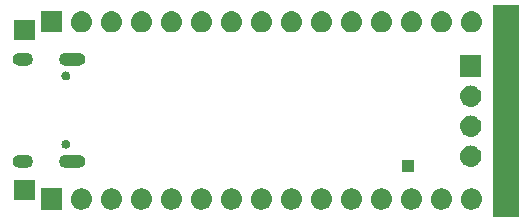
<source format=gbs>
From eaa4a30d32e724f8df426349fd12af535bfbca43 Mon Sep 17 00:00:00 2001
From: Jan--Henrik <janhenrik@janhenrik.org>
Date: Fri, 25 Oct 2019 00:35:35 +0200
Subject: updated V1.2

---
 HW v1.2/gerber/OtterPill-B.Mask.gbs | 3656 ++++++++++++++---------------------
 1 file changed, 1400 insertions(+), 2256 deletions(-)

(limited to 'HW v1.2/gerber/OtterPill-B.Mask.gbs')

diff --git a/HW v1.2/gerber/OtterPill-B.Mask.gbs b/HW v1.2/gerber/OtterPill-B.Mask.gbs
index 54e7ddf..fbe8335 100644
--- a/HW v1.2/gerber/OtterPill-B.Mask.gbs	
+++ b/HW v1.2/gerber/OtterPill-B.Mask.gbs	
@@ -1,12 +1,12 @@
 G04 #@! TF.GenerationSoftware,KiCad,Pcbnew,5.0.1*
-G04 #@! TF.CreationDate,2019-10-18T03:38:24+02:00*
+G04 #@! TF.CreationDate,2019-10-25T00:23:11+02:00*
 G04 #@! TF.ProjectId,OtterPill,4F7474657250696C6C2E6B696361645F,rev?*
 G04 #@! TF.SameCoordinates,Original*
 G04 #@! TF.FileFunction,Soldermask,Bot*
 G04 #@! TF.FilePolarity,Negative*
 %FSLAX46Y46*%
 G04 Gerber Fmt 4.6, Leading zero omitted, Abs format (unit mm)*
-G04 Created by KiCad (PCBNEW 5.0.1) date Fri 18 Oct 2019 03:38:24 AM CEST*
+G04 Created by KiCad (PCBNEW 5.0.1) date Fri 25 Oct 2019 12:23:11 AM CEST*
 %MOMM*%
 %LPD*%
 G01*
@@ -41,2337 +41,1481 @@ X20300000Y-19800000D02*
 X62900000Y-19800000D01*
 D11*
 G36*
-X33970443Y-35205519D02*
-X34036627Y-35212037D01*
-X34149853Y-35246384D01*
-X34206467Y-35263557D01*
-X34345087Y-35337652D01*
-X34362991Y-35347222D01*
-X34398729Y-35376552D01*
-X34500186Y-35459814D01*
-X34583448Y-35561271D01*
-X34612778Y-35597009D01*
-X34612779Y-35597011D01*
-X34696443Y-35753533D01*
-X34696443Y-35753534D01*
-X34747963Y-35923373D01*
-X34765359Y-36100000D01*
-X34747963Y-36276627D01*
-X34713616Y-36389853D01*
-X34696443Y-36446467D01*
-X34622348Y-36585087D01*
-X34612778Y-36602991D01*
-X34583448Y-36638729D01*
-X34500186Y-36740186D01*
-X34398729Y-36823448D01*
-X34362991Y-36852778D01*
-X34362989Y-36852779D01*
-X34206467Y-36936443D01*
-X34149853Y-36953616D01*
-X34036627Y-36987963D01*
-X33970443Y-36994481D01*
-X33904260Y-37001000D01*
-X33815740Y-37001000D01*
-X33749557Y-36994481D01*
-X33683373Y-36987963D01*
-X33570147Y-36953616D01*
-X33513533Y-36936443D01*
-X33357011Y-36852779D01*
-X33357009Y-36852778D01*
-X33321271Y-36823448D01*
-X33219814Y-36740186D01*
-X33136552Y-36638729D01*
-X33107222Y-36602991D01*
-X33097652Y-36585087D01*
-X33023557Y-36446467D01*
-X33006384Y-36389853D01*
-X32972037Y-36276627D01*
-X32954641Y-36100000D01*
-X32972037Y-35923373D01*
-X33023557Y-35753534D01*
-X33023557Y-35753533D01*
-X33107221Y-35597011D01*
-X33107222Y-35597009D01*
-X33136552Y-35561271D01*
-X33219814Y-35459814D01*
-X33321271Y-35376552D01*
-X33357009Y-35347222D01*
-X33374913Y-35337652D01*
-X33513533Y-35263557D01*
-X33570147Y-35246384D01*
-X33683373Y-35212037D01*
-X33749557Y-35205519D01*
-X33815740Y-35199000D01*
-X33904260Y-35199000D01*
-X33970443Y-35205519D01*
-X33970443Y-35205519D01*
+X63300000Y-37600000D02*
+X61070000Y-37600000D01*
+X61070000Y-19700000D01*
+X63300000Y-19700000D01*
+X63300000Y-37600000D01*
+X63300000Y-37600000D01*
 G37*
 G36*
-X59370443Y-35205519D02*
-X59436627Y-35212037D01*
-X59549853Y-35246384D01*
-X59606467Y-35263557D01*
-X59745087Y-35337652D01*
-X59762991Y-35347222D01*
-X59798729Y-35376552D01*
-X59900186Y-35459814D01*
-X59983448Y-35561271D01*
-X60012778Y-35597009D01*
-X60012779Y-35597011D01*
-X60096443Y-35753533D01*
-X60096443Y-35753534D01*
-X60147963Y-35923373D01*
-X60165359Y-36100000D01*
-X60147963Y-36276627D01*
-X60113616Y-36389853D01*
-X60096443Y-36446467D01*
-X60022348Y-36585087D01*
-X60012778Y-36602991D01*
-X59983448Y-36638729D01*
-X59900186Y-36740186D01*
-X59798729Y-36823448D01*
-X59762991Y-36852778D01*
-X59762989Y-36852779D01*
-X59606467Y-36936443D01*
-X59549853Y-36953616D01*
-X59436627Y-36987963D01*
-X59370443Y-36994481D01*
-X59304260Y-37001000D01*
-X59215740Y-37001000D01*
-X59149557Y-36994481D01*
-X59083373Y-36987963D01*
-X58970147Y-36953616D01*
-X58913533Y-36936443D01*
-X58757011Y-36852779D01*
-X58757009Y-36852778D01*
-X58721271Y-36823448D01*
-X58619814Y-36740186D01*
-X58536552Y-36638729D01*
-X58507222Y-36602991D01*
-X58497652Y-36585087D01*
-X58423557Y-36446467D01*
-X58406384Y-36389853D01*
-X58372037Y-36276627D01*
-X58354641Y-36100000D01*
-X58372037Y-35923373D01*
-X58423557Y-35753534D01*
-X58423557Y-35753533D01*
-X58507221Y-35597011D01*
-X58507222Y-35597009D01*
-X58536552Y-35561271D01*
-X58619814Y-35459814D01*
-X58721271Y-35376552D01*
-X58757009Y-35347222D01*
-X58774913Y-35337652D01*
-X58913533Y-35263557D01*
-X58970147Y-35246384D01*
-X59083373Y-35212037D01*
-X59149557Y-35205519D01*
-X59215740Y-35199000D01*
-X59304260Y-35199000D01*
-X59370443Y-35205519D01*
-X59370443Y-35205519D01*
+X34028589Y-35252444D02*
+X34190700Y-35301619D01*
+X34340102Y-35381476D01*
+X34471054Y-35488946D01*
+X34578524Y-35619898D01*
+X34658381Y-35769300D01*
+X34707556Y-35931411D01*
+X34724161Y-36100000D01*
+X34707556Y-36268589D01*
+X34658381Y-36430700D01*
+X34578524Y-36580102D01*
+X34471054Y-36711054D01*
+X34340102Y-36818524D01*
+X34190700Y-36898381D01*
+X34028589Y-36947556D01*
+X33902246Y-36960000D01*
+X33817754Y-36960000D01*
+X33691411Y-36947556D01*
+X33529300Y-36898381D01*
+X33379898Y-36818524D01*
+X33248946Y-36711054D01*
+X33141476Y-36580102D01*
+X33061619Y-36430700D01*
+X33012444Y-36268589D01*
+X32995839Y-36100000D01*
+X33012444Y-35931411D01*
+X33061619Y-35769300D01*
+X33141476Y-35619898D01*
+X33248946Y-35488946D01*
+X33379898Y-35381476D01*
+X33529300Y-35301619D01*
+X33691411Y-35252444D01*
+X33817754Y-35240000D01*
+X33902246Y-35240000D01*
+X34028589Y-35252444D01*
+X34028589Y-35252444D01*
 G37*
 G36*
-X24601000Y-37001000D02*
-X22799000Y-37001000D01*
-X22799000Y-35199000D01*
-X24601000Y-35199000D01*
-X24601000Y-37001000D01*
-X24601000Y-37001000D01*
+X24560000Y-36960000D02*
+X22840000Y-36960000D01*
+X22840000Y-35240000D01*
+X24560000Y-35240000D01*
+X24560000Y-36960000D01*
+X24560000Y-36960000D01*
 G37*
 G36*
-X26350443Y-35205519D02*
-X26416627Y-35212037D01*
-X26529853Y-35246384D01*
-X26586467Y-35263557D01*
-X26725087Y-35337652D01*
-X26742991Y-35347222D01*
-X26778729Y-35376552D01*
-X26880186Y-35459814D01*
-X26963448Y-35561271D01*
-X26992778Y-35597009D01*
-X26992779Y-35597011D01*
-X27076443Y-35753533D01*
-X27076443Y-35753534D01*
-X27127963Y-35923373D01*
-X27145359Y-36100000D01*
-X27127963Y-36276627D01*
-X27093616Y-36389853D01*
-X27076443Y-36446467D01*
-X27002348Y-36585087D01*
-X26992778Y-36602991D01*
-X26963448Y-36638729D01*
-X26880186Y-36740186D01*
-X26778729Y-36823448D01*
-X26742991Y-36852778D01*
-X26742989Y-36852779D01*
-X26586467Y-36936443D01*
-X26529853Y-36953616D01*
-X26416627Y-36987963D01*
-X26350443Y-36994481D01*
-X26284260Y-37001000D01*
-X26195740Y-37001000D01*
-X26129557Y-36994481D01*
-X26063373Y-36987963D01*
-X25950147Y-36953616D01*
-X25893533Y-36936443D01*
-X25737011Y-36852779D01*
-X25737009Y-36852778D01*
-X25701271Y-36823448D01*
-X25599814Y-36740186D01*
-X25516552Y-36638729D01*
-X25487222Y-36602991D01*
-X25477652Y-36585087D01*
-X25403557Y-36446467D01*
-X25386384Y-36389853D01*
-X25352037Y-36276627D01*
-X25334641Y-36100000D01*
-X25352037Y-35923373D01*
-X25403557Y-35753534D01*
-X25403557Y-35753533D01*
-X25487221Y-35597011D01*
-X25487222Y-35597009D01*
-X25516552Y-35561271D01*
-X25599814Y-35459814D01*
-X25701271Y-35376552D01*
-X25737009Y-35347222D01*
-X25754913Y-35337652D01*
-X25893533Y-35263557D01*
-X25950147Y-35246384D01*
-X26063373Y-35212037D01*
-X26129557Y-35205519D01*
-X26195740Y-35199000D01*
-X26284260Y-35199000D01*
-X26350443Y-35205519D01*
-X26350443Y-35205519D01*
+X26408589Y-35252444D02*
+X26570700Y-35301619D01*
+X26720102Y-35381476D01*
+X26851054Y-35488946D01*
+X26958524Y-35619898D01*
+X27038381Y-35769300D01*
+X27087556Y-35931411D01*
+X27104161Y-36100000D01*
+X27087556Y-36268589D01*
+X27038381Y-36430700D01*
+X26958524Y-36580102D01*
+X26851054Y-36711054D01*
+X26720102Y-36818524D01*
+X26570700Y-36898381D01*
+X26408589Y-36947556D01*
+X26282246Y-36960000D01*
+X26197754Y-36960000D01*
+X26071411Y-36947556D01*
+X25909300Y-36898381D01*
+X25759898Y-36818524D01*
+X25628946Y-36711054D01*
+X25521476Y-36580102D01*
+X25441619Y-36430700D01*
+X25392444Y-36268589D01*
+X25375839Y-36100000D01*
+X25392444Y-35931411D01*
+X25441619Y-35769300D01*
+X25521476Y-35619898D01*
+X25628946Y-35488946D01*
+X25759898Y-35381476D01*
+X25909300Y-35301619D01*
+X26071411Y-35252444D01*
+X26197754Y-35240000D01*
+X26282246Y-35240000D01*
+X26408589Y-35252444D01*
+X26408589Y-35252444D01*
 G37*
 G36*
-X28890443Y-35205519D02*
-X28956627Y-35212037D01*
-X29069853Y-35246384D01*
-X29126467Y-35263557D01*
-X29265087Y-35337652D01*
-X29282991Y-35347222D01*
-X29318729Y-35376552D01*
-X29420186Y-35459814D01*
-X29503448Y-35561271D01*
-X29532778Y-35597009D01*
-X29532779Y-35597011D01*
-X29616443Y-35753533D01*
-X29616443Y-35753534D01*
-X29667963Y-35923373D01*
-X29685359Y-36100000D01*
-X29667963Y-36276627D01*
-X29633616Y-36389853D01*
-X29616443Y-36446467D01*
-X29542348Y-36585087D01*
-X29532778Y-36602991D01*
-X29503448Y-36638729D01*
-X29420186Y-36740186D01*
-X29318729Y-36823448D01*
-X29282991Y-36852778D01*
-X29282989Y-36852779D01*
-X29126467Y-36936443D01*
-X29069853Y-36953616D01*
-X28956627Y-36987963D01*
-X28890443Y-36994481D01*
-X28824260Y-37001000D01*
-X28735740Y-37001000D01*
-X28669557Y-36994481D01*
-X28603373Y-36987963D01*
-X28490147Y-36953616D01*
-X28433533Y-36936443D01*
-X28277011Y-36852779D01*
-X28277009Y-36852778D01*
-X28241271Y-36823448D01*
-X28139814Y-36740186D01*
-X28056552Y-36638729D01*
-X28027222Y-36602991D01*
-X28017652Y-36585087D01*
-X27943557Y-36446467D01*
-X27926384Y-36389853D01*
-X27892037Y-36276627D01*
-X27874641Y-36100000D01*
-X27892037Y-35923373D01*
-X27943557Y-35753534D01*
-X27943557Y-35753533D01*
-X28027221Y-35597011D01*
-X28027222Y-35597009D01*
-X28056552Y-35561271D01*
-X28139814Y-35459814D01*
-X28241271Y-35376552D01*
-X28277009Y-35347222D01*
-X28294913Y-35337652D01*
-X28433533Y-35263557D01*
-X28490147Y-35246384D01*
-X28603373Y-35212037D01*
-X28669557Y-35205519D01*
-X28735740Y-35199000D01*
-X28824260Y-35199000D01*
-X28890443Y-35205519D01*
-X28890443Y-35205519D01*
+X28948589Y-35252444D02*
+X29110700Y-35301619D01*
+X29260102Y-35381476D01*
+X29391054Y-35488946D01*
+X29498524Y-35619898D01*
+X29578381Y-35769300D01*
+X29627556Y-35931411D01*
+X29644161Y-36100000D01*
+X29627556Y-36268589D01*
+X29578381Y-36430700D01*
+X29498524Y-36580102D01*
+X29391054Y-36711054D01*
+X29260102Y-36818524D01*
+X29110700Y-36898381D01*
+X28948589Y-36947556D01*
+X28822246Y-36960000D01*
+X28737754Y-36960000D01*
+X28611411Y-36947556D01*
+X28449300Y-36898381D01*
+X28299898Y-36818524D01*
+X28168946Y-36711054D01*
+X28061476Y-36580102D01*
+X27981619Y-36430700D01*
+X27932444Y-36268589D01*
+X27915839Y-36100000D01*
+X27932444Y-35931411D01*
+X27981619Y-35769300D01*
+X28061476Y-35619898D01*
+X28168946Y-35488946D01*
+X28299898Y-35381476D01*
+X28449300Y-35301619D01*
+X28611411Y-35252444D01*
+X28737754Y-35240000D01*
+X28822246Y-35240000D01*
+X28948589Y-35252444D01*
+X28948589Y-35252444D01*
 G37*
 G36*
-X31430443Y-35205519D02*
-X31496627Y-35212037D01*
-X31609853Y-35246384D01*
-X31666467Y-35263557D01*
-X31805087Y-35337652D01*
-X31822991Y-35347222D01*
-X31858729Y-35376552D01*
-X31960186Y-35459814D01*
-X32043448Y-35561271D01*
-X32072778Y-35597009D01*
-X32072779Y-35597011D01*
-X32156443Y-35753533D01*
-X32156443Y-35753534D01*
-X32207963Y-35923373D01*
-X32225359Y-36100000D01*
-X32207963Y-36276627D01*
-X32173616Y-36389853D01*
-X32156443Y-36446467D01*
-X32082348Y-36585087D01*
-X32072778Y-36602991D01*
-X32043448Y-36638729D01*
-X31960186Y-36740186D01*
-X31858729Y-36823448D01*
-X31822991Y-36852778D01*
-X31822989Y-36852779D01*
-X31666467Y-36936443D01*
-X31609853Y-36953616D01*
-X31496627Y-36987963D01*
-X31430443Y-36994481D01*
-X31364260Y-37001000D01*
-X31275740Y-37001000D01*
-X31209557Y-36994481D01*
-X31143373Y-36987963D01*
-X31030147Y-36953616D01*
-X30973533Y-36936443D01*
-X30817011Y-36852779D01*
-X30817009Y-36852778D01*
-X30781271Y-36823448D01*
-X30679814Y-36740186D01*
-X30596552Y-36638729D01*
-X30567222Y-36602991D01*
-X30557652Y-36585087D01*
-X30483557Y-36446467D01*
-X30466384Y-36389853D01*
-X30432037Y-36276627D01*
-X30414641Y-36100000D01*
-X30432037Y-35923373D01*
-X30483557Y-35753534D01*
-X30483557Y-35753533D01*
-X30567221Y-35597011D01*
-X30567222Y-35597009D01*
-X30596552Y-35561271D01*
-X30679814Y-35459814D01*
-X30781271Y-35376552D01*
-X30817009Y-35347222D01*
-X30834913Y-35337652D01*
-X30973533Y-35263557D01*
-X31030147Y-35246384D01*
-X31143373Y-35212037D01*
-X31209557Y-35205519D01*
-X31275740Y-35199000D01*
-X31364260Y-35199000D01*
-X31430443Y-35205519D01*
-X31430443Y-35205519D01*
+X31488589Y-35252444D02*
+X31650700Y-35301619D01*
+X31800102Y-35381476D01*
+X31931054Y-35488946D01*
+X32038524Y-35619898D01*
+X32118381Y-35769300D01*
+X32167556Y-35931411D01*
+X32184161Y-36100000D01*
+X32167556Y-36268589D01*
+X32118381Y-36430700D01*
+X32038524Y-36580102D01*
+X31931054Y-36711054D01*
+X31800102Y-36818524D01*
+X31650700Y-36898381D01*
+X31488589Y-36947556D01*
+X31362246Y-36960000D01*
+X31277754Y-36960000D01*
+X31151411Y-36947556D01*
+X30989300Y-36898381D01*
+X30839898Y-36818524D01*
+X30708946Y-36711054D01*
+X30601476Y-36580102D01*
+X30521619Y-36430700D01*
+X30472444Y-36268589D01*
+X30455839Y-36100000D01*
+X30472444Y-35931411D01*
+X30521619Y-35769300D01*
+X30601476Y-35619898D01*
+X30708946Y-35488946D01*
+X30839898Y-35381476D01*
+X30989300Y-35301619D01*
+X31151411Y-35252444D01*
+X31277754Y-35240000D01*
+X31362246Y-35240000D01*
+X31488589Y-35252444D01*
+X31488589Y-35252444D01*
 G37*
 G36*
-X36510443Y-35205519D02*
-X36576627Y-35212037D01*
-X36689853Y-35246384D01*
-X36746467Y-35263557D01*
-X36885087Y-35337652D01*
-X36902991Y-35347222D01*
-X36938729Y-35376552D01*
-X37040186Y-35459814D01*
-X37123448Y-35561271D01*
-X37152778Y-35597009D01*
-X37152779Y-35597011D01*
-X37236443Y-35753533D01*
-X37236443Y-35753534D01*
-X37287963Y-35923373D01*
-X37305359Y-36100000D01*
-X37287963Y-36276627D01*
-X37253616Y-36389853D01*
-X37236443Y-36446467D01*
-X37162348Y-36585087D01*
-X37152778Y-36602991D01*
-X37123448Y-36638729D01*
-X37040186Y-36740186D01*
-X36938729Y-36823448D01*
-X36902991Y-36852778D01*
-X36902989Y-36852779D01*
-X36746467Y-36936443D01*
-X36689853Y-36953616D01*
-X36576627Y-36987963D01*
-X36510443Y-36994481D01*
-X36444260Y-37001000D01*
-X36355740Y-37001000D01*
-X36289557Y-36994481D01*
-X36223373Y-36987963D01*
-X36110147Y-36953616D01*
-X36053533Y-36936443D01*
-X35897011Y-36852779D01*
-X35897009Y-36852778D01*
-X35861271Y-36823448D01*
-X35759814Y-36740186D01*
-X35676552Y-36638729D01*
-X35647222Y-36602991D01*
-X35637652Y-36585087D01*
-X35563557Y-36446467D01*
-X35546384Y-36389853D01*
-X35512037Y-36276627D01*
-X35494641Y-36100000D01*
-X35512037Y-35923373D01*
-X35563557Y-35753534D01*
-X35563557Y-35753533D01*
-X35647221Y-35597011D01*
-X35647222Y-35597009D01*
-X35676552Y-35561271D01*
-X35759814Y-35459814D01*
-X35861271Y-35376552D01*
-X35897009Y-35347222D01*
-X35914913Y-35337652D01*
-X36053533Y-35263557D01*
-X36110147Y-35246384D01*
-X36223373Y-35212037D01*
-X36289557Y-35205519D01*
-X36355740Y-35199000D01*
-X36444260Y-35199000D01*
-X36510443Y-35205519D01*
-X36510443Y-35205519D01*
+X36568589Y-35252444D02*
+X36730700Y-35301619D01*
+X36880102Y-35381476D01*
+X37011054Y-35488946D01*
+X37118524Y-35619898D01*
+X37198381Y-35769300D01*
+X37247556Y-35931411D01*
+X37264161Y-36100000D01*
+X37247556Y-36268589D01*
+X37198381Y-36430700D01*
+X37118524Y-36580102D01*
+X37011054Y-36711054D01*
+X36880102Y-36818524D01*
+X36730700Y-36898381D01*
+X36568589Y-36947556D01*
+X36442246Y-36960000D01*
+X36357754Y-36960000D01*
+X36231411Y-36947556D01*
+X36069300Y-36898381D01*
+X35919898Y-36818524D01*
+X35788946Y-36711054D01*
+X35681476Y-36580102D01*
+X35601619Y-36430700D01*
+X35552444Y-36268589D01*
+X35535839Y-36100000D01*
+X35552444Y-35931411D01*
+X35601619Y-35769300D01*
+X35681476Y-35619898D01*
+X35788946Y-35488946D01*
+X35919898Y-35381476D01*
+X36069300Y-35301619D01*
+X36231411Y-35252444D01*
+X36357754Y-35240000D01*
+X36442246Y-35240000D01*
+X36568589Y-35252444D01*
+X36568589Y-35252444D01*
 G37*
 G36*
-X39050443Y-35205519D02*
-X39116627Y-35212037D01*
-X39229853Y-35246384D01*
-X39286467Y-35263557D01*
-X39425087Y-35337652D01*
-X39442991Y-35347222D01*
-X39478729Y-35376552D01*
-X39580186Y-35459814D01*
-X39663448Y-35561271D01*
-X39692778Y-35597009D01*
-X39692779Y-35597011D01*
-X39776443Y-35753533D01*
-X39776443Y-35753534D01*
-X39827963Y-35923373D01*
-X39845359Y-36100000D01*
-X39827963Y-36276627D01*
-X39793616Y-36389853D01*
-X39776443Y-36446467D01*
-X39702348Y-36585087D01*
-X39692778Y-36602991D01*
-X39663448Y-36638729D01*
-X39580186Y-36740186D01*
-X39478729Y-36823448D01*
-X39442991Y-36852778D01*
-X39442989Y-36852779D01*
-X39286467Y-36936443D01*
-X39229853Y-36953616D01*
-X39116627Y-36987963D01*
-X39050443Y-36994481D01*
-X38984260Y-37001000D01*
-X38895740Y-37001000D01*
-X38829557Y-36994481D01*
-X38763373Y-36987963D01*
-X38650147Y-36953616D01*
-X38593533Y-36936443D01*
-X38437011Y-36852779D01*
-X38437009Y-36852778D01*
-X38401271Y-36823448D01*
-X38299814Y-36740186D01*
-X38216552Y-36638729D01*
-X38187222Y-36602991D01*
-X38177652Y-36585087D01*
-X38103557Y-36446467D01*
-X38086384Y-36389853D01*
-X38052037Y-36276627D01*
-X38034641Y-36100000D01*
-X38052037Y-35923373D01*
-X38103557Y-35753534D01*
-X38103557Y-35753533D01*
-X38187221Y-35597011D01*
-X38187222Y-35597009D01*
-X38216552Y-35561271D01*
-X38299814Y-35459814D01*
-X38401271Y-35376552D01*
-X38437009Y-35347222D01*
-X38454913Y-35337652D01*
-X38593533Y-35263557D01*
-X38650147Y-35246384D01*
-X38763373Y-35212037D01*
-X38829557Y-35205519D01*
-X38895740Y-35199000D01*
-X38984260Y-35199000D01*
-X39050443Y-35205519D01*
-X39050443Y-35205519D01*
+X39108589Y-35252444D02*
+X39270700Y-35301619D01*
+X39420102Y-35381476D01*
+X39551054Y-35488946D01*
+X39658524Y-35619898D01*
+X39738381Y-35769300D01*
+X39787556Y-35931411D01*
+X39804161Y-36100000D01*
+X39787556Y-36268589D01*
+X39738381Y-36430700D01*
+X39658524Y-36580102D01*
+X39551054Y-36711054D01*
+X39420102Y-36818524D01*
+X39270700Y-36898381D01*
+X39108589Y-36947556D01*
+X38982246Y-36960000D01*
+X38897754Y-36960000D01*
+X38771411Y-36947556D01*
+X38609300Y-36898381D01*
+X38459898Y-36818524D01*
+X38328946Y-36711054D01*
+X38221476Y-36580102D01*
+X38141619Y-36430700D01*
+X38092444Y-36268589D01*
+X38075839Y-36100000D01*
+X38092444Y-35931411D01*
+X38141619Y-35769300D01*
+X38221476Y-35619898D01*
+X38328946Y-35488946D01*
+X38459898Y-35381476D01*
+X38609300Y-35301619D01*
+X38771411Y-35252444D01*
+X38897754Y-35240000D01*
+X38982246Y-35240000D01*
+X39108589Y-35252444D01*
+X39108589Y-35252444D01*
 G37*
 G36*
-X41590443Y-35205519D02*
-X41656627Y-35212037D01*
-X41769853Y-35246384D01*
-X41826467Y-35263557D01*
-X41965087Y-35337652D01*
-X41982991Y-35347222D01*
-X42018729Y-35376552D01*
-X42120186Y-35459814D01*
-X42203448Y-35561271D01*
-X42232778Y-35597009D01*
-X42232779Y-35597011D01*
-X42316443Y-35753533D01*
-X42316443Y-35753534D01*
-X42367963Y-35923373D01*
-X42385359Y-36100000D01*
-X42367963Y-36276627D01*
-X42333616Y-36389853D01*
-X42316443Y-36446467D01*
-X42242348Y-36585087D01*
-X42232778Y-36602991D01*
-X42203448Y-36638729D01*
-X42120186Y-36740186D01*
-X42018729Y-36823448D01*
-X41982991Y-36852778D01*
-X41982989Y-36852779D01*
-X41826467Y-36936443D01*
-X41769853Y-36953616D01*
-X41656627Y-36987963D01*
-X41590443Y-36994481D01*
-X41524260Y-37001000D01*
-X41435740Y-37001000D01*
-X41369557Y-36994481D01*
-X41303373Y-36987963D01*
-X41190147Y-36953616D01*
-X41133533Y-36936443D01*
-X40977011Y-36852779D01*
-X40977009Y-36852778D01*
-X40941271Y-36823448D01*
-X40839814Y-36740186D01*
-X40756552Y-36638729D01*
-X40727222Y-36602991D01*
-X40717652Y-36585087D01*
-X40643557Y-36446467D01*
-X40626384Y-36389853D01*
-X40592037Y-36276627D01*
-X40574641Y-36100000D01*
-X40592037Y-35923373D01*
-X40643557Y-35753534D01*
-X40643557Y-35753533D01*
-X40727221Y-35597011D01*
-X40727222Y-35597009D01*
-X40756552Y-35561271D01*
-X40839814Y-35459814D01*
-X40941271Y-35376552D01*
-X40977009Y-35347222D01*
-X40994913Y-35337652D01*
-X41133533Y-35263557D01*
-X41190147Y-35246384D01*
-X41303373Y-35212037D01*
-X41369557Y-35205519D01*
-X41435740Y-35199000D01*
-X41524260Y-35199000D01*
-X41590443Y-35205519D01*
-X41590443Y-35205519D01*
+X41648589Y-35252444D02*
+X41810700Y-35301619D01*
+X41960102Y-35381476D01*
+X42091054Y-35488946D01*
+X42198524Y-35619898D01*
+X42278381Y-35769300D01*
+X42327556Y-35931411D01*
+X42344161Y-36100000D01*
+X42327556Y-36268589D01*
+X42278381Y-36430700D01*
+X42198524Y-36580102D01*
+X42091054Y-36711054D01*
+X41960102Y-36818524D01*
+X41810700Y-36898381D01*
+X41648589Y-36947556D01*
+X41522246Y-36960000D01*
+X41437754Y-36960000D01*
+X41311411Y-36947556D01*
+X41149300Y-36898381D01*
+X40999898Y-36818524D01*
+X40868946Y-36711054D01*
+X40761476Y-36580102D01*
+X40681619Y-36430700D01*
+X40632444Y-36268589D01*
+X40615839Y-36100000D01*
+X40632444Y-35931411D01*
+X40681619Y-35769300D01*
+X40761476Y-35619898D01*
+X40868946Y-35488946D01*
+X40999898Y-35381476D01*
+X41149300Y-35301619D01*
+X41311411Y-35252444D01*
+X41437754Y-35240000D01*
+X41522246Y-35240000D01*
+X41648589Y-35252444D01*
+X41648589Y-35252444D01*
 G37*
 G36*
-X44130443Y-35205519D02*
-X44196627Y-35212037D01*
-X44309853Y-35246384D01*
-X44366467Y-35263557D01*
-X44505087Y-35337652D01*
-X44522991Y-35347222D01*
-X44558729Y-35376552D01*
-X44660186Y-35459814D01*
-X44743448Y-35561271D01*
-X44772778Y-35597009D01*
-X44772779Y-35597011D01*
-X44856443Y-35753533D01*
-X44856443Y-35753534D01*
-X44907963Y-35923373D01*
-X44925359Y-36100000D01*
-X44907963Y-36276627D01*
-X44873616Y-36389853D01*
-X44856443Y-36446467D01*
-X44782348Y-36585087D01*
-X44772778Y-36602991D01*
-X44743448Y-36638729D01*
-X44660186Y-36740186D01*
-X44558729Y-36823448D01*
-X44522991Y-36852778D01*
-X44522989Y-36852779D01*
-X44366467Y-36936443D01*
-X44309853Y-36953616D01*
-X44196627Y-36987963D01*
-X44130443Y-36994481D01*
-X44064260Y-37001000D01*
-X43975740Y-37001000D01*
-X43909557Y-36994481D01*
-X43843373Y-36987963D01*
-X43730147Y-36953616D01*
-X43673533Y-36936443D01*
-X43517011Y-36852779D01*
-X43517009Y-36852778D01*
-X43481271Y-36823448D01*
-X43379814Y-36740186D01*
-X43296552Y-36638729D01*
-X43267222Y-36602991D01*
-X43257652Y-36585087D01*
-X43183557Y-36446467D01*
-X43166384Y-36389853D01*
-X43132037Y-36276627D01*
-X43114641Y-36100000D01*
-X43132037Y-35923373D01*
-X43183557Y-35753534D01*
-X43183557Y-35753533D01*
-X43267221Y-35597011D01*
-X43267222Y-35597009D01*
-X43296552Y-35561271D01*
-X43379814Y-35459814D01*
-X43481271Y-35376552D01*
-X43517009Y-35347222D01*
-X43534913Y-35337652D01*
-X43673533Y-35263557D01*
-X43730147Y-35246384D01*
-X43843373Y-35212037D01*
-X43909557Y-35205519D01*
-X43975740Y-35199000D01*
-X44064260Y-35199000D01*
-X44130443Y-35205519D01*
-X44130443Y-35205519D01*
+X44188589Y-35252444D02*
+X44350700Y-35301619D01*
+X44500102Y-35381476D01*
+X44631054Y-35488946D01*
+X44738524Y-35619898D01*
+X44818381Y-35769300D01*
+X44867556Y-35931411D01*
+X44884161Y-36100000D01*
+X44867556Y-36268589D01*
+X44818381Y-36430700D01*
+X44738524Y-36580102D01*
+X44631054Y-36711054D01*
+X44500102Y-36818524D01*
+X44350700Y-36898381D01*
+X44188589Y-36947556D01*
+X44062246Y-36960000D01*
+X43977754Y-36960000D01*
+X43851411Y-36947556D01*
+X43689300Y-36898381D01*
+X43539898Y-36818524D01*
+X43408946Y-36711054D01*
+X43301476Y-36580102D01*
+X43221619Y-36430700D01*
+X43172444Y-36268589D01*
+X43155839Y-36100000D01*
+X43172444Y-35931411D01*
+X43221619Y-35769300D01*
+X43301476Y-35619898D01*
+X43408946Y-35488946D01*
+X43539898Y-35381476D01*
+X43689300Y-35301619D01*
+X43851411Y-35252444D01*
+X43977754Y-35240000D01*
+X44062246Y-35240000D01*
+X44188589Y-35252444D01*
+X44188589Y-35252444D01*
 G37*
 G36*
-X46670443Y-35205519D02*
-X46736627Y-35212037D01*
-X46849853Y-35246384D01*
-X46906467Y-35263557D01*
-X47045087Y-35337652D01*
-X47062991Y-35347222D01*
-X47098729Y-35376552D01*
-X47200186Y-35459814D01*
-X47283448Y-35561271D01*
-X47312778Y-35597009D01*
-X47312779Y-35597011D01*
-X47396443Y-35753533D01*
-X47396443Y-35753534D01*
-X47447963Y-35923373D01*
-X47465359Y-36100000D01*
-X47447963Y-36276627D01*
-X47413616Y-36389853D01*
-X47396443Y-36446467D01*
-X47322348Y-36585087D01*
-X47312778Y-36602991D01*
-X47283448Y-36638729D01*
-X47200186Y-36740186D01*
-X47098729Y-36823448D01*
-X47062991Y-36852778D01*
-X47062989Y-36852779D01*
-X46906467Y-36936443D01*
-X46849853Y-36953616D01*
-X46736627Y-36987963D01*
-X46670443Y-36994481D01*
-X46604260Y-37001000D01*
-X46515740Y-37001000D01*
-X46449557Y-36994481D01*
-X46383373Y-36987963D01*
-X46270147Y-36953616D01*
-X46213533Y-36936443D01*
-X46057011Y-36852779D01*
-X46057009Y-36852778D01*
-X46021271Y-36823448D01*
-X45919814Y-36740186D01*
-X45836552Y-36638729D01*
-X45807222Y-36602991D01*
-X45797652Y-36585087D01*
-X45723557Y-36446467D01*
-X45706384Y-36389853D01*
-X45672037Y-36276627D01*
-X45654641Y-36100000D01*
-X45672037Y-35923373D01*
-X45723557Y-35753534D01*
-X45723557Y-35753533D01*
-X45807221Y-35597011D01*
-X45807222Y-35597009D01*
-X45836552Y-35561271D01*
-X45919814Y-35459814D01*
-X46021271Y-35376552D01*
-X46057009Y-35347222D01*
-X46074913Y-35337652D01*
-X46213533Y-35263557D01*
-X46270147Y-35246384D01*
-X46383373Y-35212037D01*
-X46449557Y-35205519D01*
-X46515740Y-35199000D01*
-X46604260Y-35199000D01*
-X46670443Y-35205519D01*
-X46670443Y-35205519D01*
+X46728589Y-35252444D02*
+X46890700Y-35301619D01*
+X47040102Y-35381476D01*
+X47171054Y-35488946D01*
+X47278524Y-35619898D01*
+X47358381Y-35769300D01*
+X47407556Y-35931411D01*
+X47424161Y-36100000D01*
+X47407556Y-36268589D01*
+X47358381Y-36430700D01*
+X47278524Y-36580102D01*
+X47171054Y-36711054D01*
+X47040102Y-36818524D01*
+X46890700Y-36898381D01*
+X46728589Y-36947556D01*
+X46602246Y-36960000D01*
+X46517754Y-36960000D01*
+X46391411Y-36947556D01*
+X46229300Y-36898381D01*
+X46079898Y-36818524D01*
+X45948946Y-36711054D01*
+X45841476Y-36580102D01*
+X45761619Y-36430700D01*
+X45712444Y-36268589D01*
+X45695839Y-36100000D01*
+X45712444Y-35931411D01*
+X45761619Y-35769300D01*
+X45841476Y-35619898D01*
+X45948946Y-35488946D01*
+X46079898Y-35381476D01*
+X46229300Y-35301619D01*
+X46391411Y-35252444D01*
+X46517754Y-35240000D01*
+X46602246Y-35240000D01*
+X46728589Y-35252444D01*
+X46728589Y-35252444D01*
 G37*
 G36*
-X49210443Y-35205519D02*
-X49276627Y-35212037D01*
-X49389853Y-35246384D01*
-X49446467Y-35263557D01*
-X49585087Y-35337652D01*
-X49602991Y-35347222D01*
-X49638729Y-35376552D01*
-X49740186Y-35459814D01*
-X49823448Y-35561271D01*
-X49852778Y-35597009D01*
-X49852779Y-35597011D01*
-X49936443Y-35753533D01*
-X49936443Y-35753534D01*
-X49987963Y-35923373D01*
-X50005359Y-36100000D01*
-X49987963Y-36276627D01*
-X49953616Y-36389853D01*
-X49936443Y-36446467D01*
-X49862348Y-36585087D01*
-X49852778Y-36602991D01*
-X49823448Y-36638729D01*
-X49740186Y-36740186D01*
-X49638729Y-36823448D01*
-X49602991Y-36852778D01*
-X49602989Y-36852779D01*
-X49446467Y-36936443D01*
-X49389853Y-36953616D01*
-X49276627Y-36987963D01*
-X49210443Y-36994481D01*
-X49144260Y-37001000D01*
-X49055740Y-37001000D01*
-X48989557Y-36994481D01*
-X48923373Y-36987963D01*
-X48810147Y-36953616D01*
-X48753533Y-36936443D01*
-X48597011Y-36852779D01*
-X48597009Y-36852778D01*
-X48561271Y-36823448D01*
-X48459814Y-36740186D01*
-X48376552Y-36638729D01*
-X48347222Y-36602991D01*
-X48337652Y-36585087D01*
-X48263557Y-36446467D01*
-X48246384Y-36389853D01*
-X48212037Y-36276627D01*
-X48194641Y-36100000D01*
-X48212037Y-35923373D01*
-X48263557Y-35753534D01*
-X48263557Y-35753533D01*
-X48347221Y-35597011D01*
-X48347222Y-35597009D01*
-X48376552Y-35561271D01*
-X48459814Y-35459814D01*
-X48561271Y-35376552D01*
-X48597009Y-35347222D01*
-X48614913Y-35337652D01*
-X48753533Y-35263557D01*
-X48810147Y-35246384D01*
-X48923373Y-35212037D01*
-X48989557Y-35205519D01*
-X49055740Y-35199000D01*
-X49144260Y-35199000D01*
-X49210443Y-35205519D01*
-X49210443Y-35205519D01*
+X49268589Y-35252444D02*
+X49430700Y-35301619D01*
+X49580102Y-35381476D01*
+X49711054Y-35488946D01*
+X49818524Y-35619898D01*
+X49898381Y-35769300D01*
+X49947556Y-35931411D01*
+X49964161Y-36100000D01*
+X49947556Y-36268589D01*
+X49898381Y-36430700D01*
+X49818524Y-36580102D01*
+X49711054Y-36711054D01*
+X49580102Y-36818524D01*
+X49430700Y-36898381D01*
+X49268589Y-36947556D01*
+X49142246Y-36960000D01*
+X49057754Y-36960000D01*
+X48931411Y-36947556D01*
+X48769300Y-36898381D01*
+X48619898Y-36818524D01*
+X48488946Y-36711054D01*
+X48381476Y-36580102D01*
+X48301619Y-36430700D01*
+X48252444Y-36268589D01*
+X48235839Y-36100000D01*
+X48252444Y-35931411D01*
+X48301619Y-35769300D01*
+X48381476Y-35619898D01*
+X48488946Y-35488946D01*
+X48619898Y-35381476D01*
+X48769300Y-35301619D01*
+X48931411Y-35252444D01*
+X49057754Y-35240000D01*
+X49142246Y-35240000D01*
+X49268589Y-35252444D01*
+X49268589Y-35252444D01*
 G37*
 G36*
-X51750443Y-35205519D02*
-X51816627Y-35212037D01*
-X51929853Y-35246384D01*
-X51986467Y-35263557D01*
-X52125087Y-35337652D01*
-X52142991Y-35347222D01*
-X52178729Y-35376552D01*
-X52280186Y-35459814D01*
-X52363448Y-35561271D01*
-X52392778Y-35597009D01*
-X52392779Y-35597011D01*
-X52476443Y-35753533D01*
-X52476443Y-35753534D01*
-X52527963Y-35923373D01*
-X52545359Y-36100000D01*
-X52527963Y-36276627D01*
-X52493616Y-36389853D01*
-X52476443Y-36446467D01*
-X52402348Y-36585087D01*
-X52392778Y-36602991D01*
-X52363448Y-36638729D01*
-X52280186Y-36740186D01*
-X52178729Y-36823448D01*
-X52142991Y-36852778D01*
-X52142989Y-36852779D01*
-X51986467Y-36936443D01*
-X51929853Y-36953616D01*
-X51816627Y-36987963D01*
-X51750443Y-36994481D01*
-X51684260Y-37001000D01*
-X51595740Y-37001000D01*
-X51529557Y-36994481D01*
-X51463373Y-36987963D01*
-X51350147Y-36953616D01*
-X51293533Y-36936443D01*
-X51137011Y-36852779D01*
-X51137009Y-36852778D01*
-X51101271Y-36823448D01*
-X50999814Y-36740186D01*
-X50916552Y-36638729D01*
-X50887222Y-36602991D01*
-X50877652Y-36585087D01*
-X50803557Y-36446467D01*
-X50786384Y-36389853D01*
-X50752037Y-36276627D01*
-X50734641Y-36100000D01*
-X50752037Y-35923373D01*
-X50803557Y-35753534D01*
-X50803557Y-35753533D01*
-X50887221Y-35597011D01*
-X50887222Y-35597009D01*
-X50916552Y-35561271D01*
-X50999814Y-35459814D01*
-X51101271Y-35376552D01*
-X51137009Y-35347222D01*
-X51154913Y-35337652D01*
-X51293533Y-35263557D01*
-X51350147Y-35246384D01*
-X51463373Y-35212037D01*
-X51529557Y-35205519D01*
-X51595740Y-35199000D01*
-X51684260Y-35199000D01*
-X51750443Y-35205519D01*
-X51750443Y-35205519D01*
+X51808589Y-35252444D02*
+X51970700Y-35301619D01*
+X52120102Y-35381476D01*
+X52251054Y-35488946D01*
+X52358524Y-35619898D01*
+X52438381Y-35769300D01*
+X52487556Y-35931411D01*
+X52504161Y-36100000D01*
+X52487556Y-36268589D01*
+X52438381Y-36430700D01*
+X52358524Y-36580102D01*
+X52251054Y-36711054D01*
+X52120102Y-36818524D01*
+X51970700Y-36898381D01*
+X51808589Y-36947556D01*
+X51682246Y-36960000D01*
+X51597754Y-36960000D01*
+X51471411Y-36947556D01*
+X51309300Y-36898381D01*
+X51159898Y-36818524D01*
+X51028946Y-36711054D01*
+X50921476Y-36580102D01*
+X50841619Y-36430700D01*
+X50792444Y-36268589D01*
+X50775839Y-36100000D01*
+X50792444Y-35931411D01*
+X50841619Y-35769300D01*
+X50921476Y-35619898D01*
+X51028946Y-35488946D01*
+X51159898Y-35381476D01*
+X51309300Y-35301619D01*
+X51471411Y-35252444D01*
+X51597754Y-35240000D01*
+X51682246Y-35240000D01*
+X51808589Y-35252444D01*
+X51808589Y-35252444D01*
 G37*
 G36*
-X54290443Y-35205519D02*
-X54356627Y-35212037D01*
-X54469853Y-35246384D01*
-X54526467Y-35263557D01*
-X54665087Y-35337652D01*
-X54682991Y-35347222D01*
-X54718729Y-35376552D01*
-X54820186Y-35459814D01*
-X54903448Y-35561271D01*
-X54932778Y-35597009D01*
-X54932779Y-35597011D01*
-X55016443Y-35753533D01*
-X55016443Y-35753534D01*
-X55067963Y-35923373D01*
-X55085359Y-36100000D01*
-X55067963Y-36276627D01*
-X55033616Y-36389853D01*
-X55016443Y-36446467D01*
-X54942348Y-36585087D01*
-X54932778Y-36602991D01*
-X54903448Y-36638729D01*
-X54820186Y-36740186D01*
-X54718729Y-36823448D01*
-X54682991Y-36852778D01*
-X54682989Y-36852779D01*
-X54526467Y-36936443D01*
-X54469853Y-36953616D01*
-X54356627Y-36987963D01*
-X54290443Y-36994481D01*
-X54224260Y-37001000D01*
-X54135740Y-37001000D01*
-X54069557Y-36994481D01*
-X54003373Y-36987963D01*
-X53890147Y-36953616D01*
-X53833533Y-36936443D01*
-X53677011Y-36852779D01*
-X53677009Y-36852778D01*
-X53641271Y-36823448D01*
-X53539814Y-36740186D01*
-X53456552Y-36638729D01*
-X53427222Y-36602991D01*
-X53417652Y-36585087D01*
-X53343557Y-36446467D01*
-X53326384Y-36389853D01*
-X53292037Y-36276627D01*
-X53274641Y-36100000D01*
-X53292037Y-35923373D01*
-X53343557Y-35753534D01*
-X53343557Y-35753533D01*
-X53427221Y-35597011D01*
-X53427222Y-35597009D01*
-X53456552Y-35561271D01*
-X53539814Y-35459814D01*
-X53641271Y-35376552D01*
-X53677009Y-35347222D01*
-X53694913Y-35337652D01*
-X53833533Y-35263557D01*
-X53890147Y-35246384D01*
-X54003373Y-35212037D01*
-X54069557Y-35205519D01*
-X54135740Y-35199000D01*
-X54224260Y-35199000D01*
-X54290443Y-35205519D01*
-X54290443Y-35205519D01*
+X54348589Y-35252444D02*
+X54510700Y-35301619D01*
+X54660102Y-35381476D01*
+X54791054Y-35488946D01*
+X54898524Y-35619898D01*
+X54978381Y-35769300D01*
+X55027556Y-35931411D01*
+X55044161Y-36100000D01*
+X55027556Y-36268589D01*
+X54978381Y-36430700D01*
+X54898524Y-36580102D01*
+X54791054Y-36711054D01*
+X54660102Y-36818524D01*
+X54510700Y-36898381D01*
+X54348589Y-36947556D01*
+X54222246Y-36960000D01*
+X54137754Y-36960000D01*
+X54011411Y-36947556D01*
+X53849300Y-36898381D01*
+X53699898Y-36818524D01*
+X53568946Y-36711054D01*
+X53461476Y-36580102D01*
+X53381619Y-36430700D01*
+X53332444Y-36268589D01*
+X53315839Y-36100000D01*
+X53332444Y-35931411D01*
+X53381619Y-35769300D01*
+X53461476Y-35619898D01*
+X53568946Y-35488946D01*
+X53699898Y-35381476D01*
+X53849300Y-35301619D01*
+X54011411Y-35252444D01*
+X54137754Y-35240000D01*
+X54222246Y-35240000D01*
+X54348589Y-35252444D01*
+X54348589Y-35252444D01*
 G37*
 G36*
-X56830443Y-35205519D02*
-X56896627Y-35212037D01*
-X57009853Y-35246384D01*
-X57066467Y-35263557D01*
-X57205087Y-35337652D01*
-X57222991Y-35347222D01*
-X57258729Y-35376552D01*
-X57360186Y-35459814D01*
-X57443448Y-35561271D01*
-X57472778Y-35597009D01*
-X57472779Y-35597011D01*
-X57556443Y-35753533D01*
-X57556443Y-35753534D01*
-X57607963Y-35923373D01*
-X57625359Y-36100000D01*
-X57607963Y-36276627D01*
-X57573616Y-36389853D01*
-X57556443Y-36446467D01*
-X57482348Y-36585087D01*
-X57472778Y-36602991D01*
-X57443448Y-36638729D01*
-X57360186Y-36740186D01*
-X57258729Y-36823448D01*
-X57222991Y-36852778D01*
-X57222989Y-36852779D01*
-X57066467Y-36936443D01*
-X57009853Y-36953616D01*
-X56896627Y-36987963D01*
-X56830443Y-36994481D01*
-X56764260Y-37001000D01*
-X56675740Y-37001000D01*
-X56609557Y-36994481D01*
-X56543373Y-36987963D01*
-X56430147Y-36953616D01*
-X56373533Y-36936443D01*
-X56217011Y-36852779D01*
-X56217009Y-36852778D01*
-X56181271Y-36823448D01*
-X56079814Y-36740186D01*
-X55996552Y-36638729D01*
-X55967222Y-36602991D01*
-X55957652Y-36585087D01*
-X55883557Y-36446467D01*
-X55866384Y-36389853D01*
-X55832037Y-36276627D01*
-X55814641Y-36100000D01*
-X55832037Y-35923373D01*
-X55883557Y-35753534D01*
-X55883557Y-35753533D01*
-X55967221Y-35597011D01*
-X55967222Y-35597009D01*
-X55996552Y-35561271D01*
-X56079814Y-35459814D01*
-X56181271Y-35376552D01*
-X56217009Y-35347222D01*
-X56234913Y-35337652D01*
-X56373533Y-35263557D01*
-X56430147Y-35246384D01*
-X56543373Y-35212037D01*
-X56609557Y-35205519D01*
-X56675740Y-35199000D01*
-X56764260Y-35199000D01*
-X56830443Y-35205519D01*
-X56830443Y-35205519D01*
+X56888589Y-35252444D02*
+X57050700Y-35301619D01*
+X57200102Y-35381476D01*
+X57331054Y-35488946D01*
+X57438524Y-35619898D01*
+X57518381Y-35769300D01*
+X57567556Y-35931411D01*
+X57584161Y-36100000D01*
+X57567556Y-36268589D01*
+X57518381Y-36430700D01*
+X57438524Y-36580102D01*
+X57331054Y-36711054D01*
+X57200102Y-36818524D01*
+X57050700Y-36898381D01*
+X56888589Y-36947556D01*
+X56762246Y-36960000D01*
+X56677754Y-36960000D01*
+X56551411Y-36947556D01*
+X56389300Y-36898381D01*
+X56239898Y-36818524D01*
+X56108946Y-36711054D01*
+X56001476Y-36580102D01*
+X55921619Y-36430700D01*
+X55872444Y-36268589D01*
+X55855839Y-36100000D01*
+X55872444Y-35931411D01*
+X55921619Y-35769300D01*
+X56001476Y-35619898D01*
+X56108946Y-35488946D01*
+X56239898Y-35381476D01*
+X56389300Y-35301619D01*
+X56551411Y-35252444D01*
+X56677754Y-35240000D01*
+X56762246Y-35240000D01*
+X56888589Y-35252444D01*
+X56888589Y-35252444D01*
 G37*
 G36*
-X21683014Y-32346973D02*
-X21786878Y-32378479D01*
-X21882599Y-32429644D01*
-X21966500Y-32498499D01*
-X22035355Y-32582400D01*
-X22086520Y-32678121D01*
-X22118026Y-32781985D01*
-X22128665Y-32890000D01*
-X22118026Y-32998015D01*
-X22086520Y-33101879D01*
-X22035355Y-33197600D01*
-X21966500Y-33281501D01*
-X21882599Y-33350356D01*
-X21786878Y-33401521D01*
-X21683014Y-33433027D01*
-X21602066Y-33441000D01*
-X20947932Y-33441000D01*
-X20866984Y-33433027D01*
-X20763120Y-33401521D01*
-X20667399Y-33350356D01*
-X20583498Y-33281501D01*
-X20514643Y-33197600D01*
-X20463478Y-33101879D01*
-X20431972Y-32998015D01*
-X20421333Y-32890000D01*
-X20431972Y-32781985D01*
-X20463478Y-32678121D01*
-X20514643Y-32582400D01*
-X20583498Y-32498499D01*
-X20667399Y-32429644D01*
-X20763120Y-32378479D01*
-X20866984Y-32346973D01*
-X20947932Y-32339000D01*
-X21602066Y-32339000D01*
-X21683014Y-32346973D01*
-X21683014Y-32346973D01*
+X59428589Y-35252444D02*
+X59590700Y-35301619D01*
+X59740102Y-35381476D01*
+X59871054Y-35488946D01*
+X59978524Y-35619898D01*
+X60058381Y-35769300D01*
+X60107556Y-35931411D01*
+X60124161Y-36100000D01*
+X60107556Y-36268589D01*
+X60058381Y-36430700D01*
+X59978524Y-36580102D01*
+X59871054Y-36711054D01*
+X59740102Y-36818524D01*
+X59590700Y-36898381D01*
+X59428589Y-36947556D01*
+X59302246Y-36960000D01*
+X59217754Y-36960000D01*
+X59091411Y-36947556D01*
+X58929300Y-36898381D01*
+X58779898Y-36818524D01*
+X58648946Y-36711054D01*
+X58541476Y-36580102D01*
+X58461619Y-36430700D01*
+X58412444Y-36268589D01*
+X58395839Y-36100000D01*
+X58412444Y-35931411D01*
+X58461619Y-35769300D01*
+X58541476Y-35619898D01*
+X58648946Y-35488946D01*
+X58779898Y-35381476D01*
+X58929300Y-35301619D01*
+X59091411Y-35252444D01*
+X59217754Y-35240000D01*
+X59302246Y-35240000D01*
+X59428589Y-35252444D01*
+X59428589Y-35252444D01*
 G37*
 G36*
-X26113014Y-32346973D02*
-X26216878Y-32378479D01*
-X26312599Y-32429644D01*
-X26396500Y-32498499D01*
-X26465355Y-32582400D01*
-X26516520Y-32678121D01*
-X26548026Y-32781985D01*
-X26558665Y-32890000D01*
-X26548026Y-32998015D01*
-X26516520Y-33101879D01*
-X26465355Y-33197600D01*
-X26396500Y-33281501D01*
-X26312599Y-33350356D01*
-X26216878Y-33401521D01*
-X26113014Y-33433027D01*
-X26032066Y-33441000D01*
-X24877932Y-33441000D01*
-X24796984Y-33433027D01*
-X24693120Y-33401521D01*
-X24597399Y-33350356D01*
-X24513498Y-33281501D01*
-X24444643Y-33197600D01*
-X24393478Y-33101879D01*
-X24361972Y-32998015D01*
-X24351333Y-32890000D01*
-X24361972Y-32781985D01*
-X24393478Y-32678121D01*
-X24444643Y-32582400D01*
-X24513498Y-32498499D01*
-X24597399Y-32429644D01*
-X24693120Y-32378479D01*
-X24796984Y-32346973D01*
-X24877932Y-32339000D01*
-X26032066Y-32339000D01*
-X26113014Y-32346973D01*
-X26113014Y-32346973D01*
+X22280000Y-36200000D02*
+X20560000Y-36200000D01*
+X20560000Y-34480000D01*
+X22280000Y-34480000D01*
+X22280000Y-36200000D01*
+X22280000Y-36200000D01*
 G37*
 G36*
-X59310443Y-31575519D02*
-X59376627Y-31582037D01*
-X59489853Y-31616384D01*
-X59546467Y-31633557D01*
-X59670184Y-31699686D01*
-X59702991Y-31717222D01*
-X59738729Y-31746552D01*
-X59840186Y-31829814D01*
-X59923448Y-31931271D01*
-X59952778Y-31967009D01*
-X59952779Y-31967011D01*
-X60036443Y-32123533D01*
-X60036443Y-32123534D01*
-X60087963Y-32293373D01*
-X60105359Y-32470000D01*
-X60087963Y-32646627D01*
-X60078409Y-32678121D01*
-X60036443Y-32816467D01*
-X59997138Y-32890000D01*
-X59952778Y-32972991D01*
-X59932243Y-32998013D01*
-X59840186Y-33110186D01*
-X59738729Y-33193448D01*
-X59702991Y-33222778D01*
-X59702989Y-33222779D01*
-X59546467Y-33306443D01*
-X59489853Y-33323616D01*
-X59376627Y-33357963D01*
-X59310443Y-33364481D01*
-X59244260Y-33371000D01*
-X59155740Y-33371000D01*
-X59089557Y-33364481D01*
-X59023373Y-33357963D01*
-X58910147Y-33323616D01*
-X58853533Y-33306443D01*
-X58697011Y-33222779D01*
-X58697009Y-33222778D01*
-X58661271Y-33193448D01*
-X58559814Y-33110186D01*
-X58467757Y-32998013D01*
-X58447222Y-32972991D01*
-X58402862Y-32890000D01*
-X58363557Y-32816467D01*
-X58321591Y-32678121D01*
-X58312037Y-32646627D01*
-X58294641Y-32470000D01*
-X58312037Y-32293373D01*
-X58363557Y-32123534D01*
-X58363557Y-32123533D01*
-X58447221Y-31967011D01*
-X58447222Y-31967009D01*
-X58476552Y-31931271D01*
-X58559814Y-31829814D01*
-X58661271Y-31746552D01*
-X58697009Y-31717222D01*
-X58729816Y-31699686D01*
-X58853533Y-31633557D01*
-X58910147Y-31616384D01*
-X59023373Y-31582037D01*
-X59089557Y-31575519D01*
-X59155740Y-31569000D01*
-X59244260Y-31569000D01*
-X59310443Y-31575519D01*
-X59310443Y-31575519D01*
+X54410000Y-33810000D02*
+X53390000Y-33810000D01*
+X53390000Y-32790000D01*
+X54410000Y-32790000D01*
+X54410000Y-33810000D01*
+X54410000Y-33810000D01*
 G37*
 G36*
-X25034671Y-31098449D02*
-X25034673Y-31098450D01*
-X25034674Y-31098450D01*
-X25103102Y-31126793D01*
-X25164408Y-31167757D01*
-X25164688Y-31167944D01*
-X25217055Y-31220311D01*
-X25217057Y-31220314D01*
-X25258206Y-31281897D01*
-X25286549Y-31350325D01*
-X25286550Y-31350328D01*
-X25300999Y-31422966D01*
-X25300999Y-31497034D01*
-X25286684Y-31569000D01*
-X25286549Y-31569675D01*
-X25258206Y-31638103D01*
-X25217242Y-31699409D01*
-X25217055Y-31699689D01*
-X25164688Y-31752056D01*
-X25164685Y-31752058D01*
-X25103102Y-31793207D01*
-X25034674Y-31821550D01*
-X25034673Y-31821550D01*
-X25034671Y-31821551D01*
-X24962033Y-31836000D01*
-X24887965Y-31836000D01*
-X24815327Y-31821551D01*
-X24815325Y-31821550D01*
-X24815324Y-31821550D01*
-X24746896Y-31793207D01*
-X24685313Y-31752058D01*
-X24685310Y-31752056D01*
-X24632943Y-31699689D01*
-X24632756Y-31699409D01*
-X24591792Y-31638103D01*
-X24563449Y-31569675D01*
-X24563315Y-31569000D01*
-X24548999Y-31497034D01*
-X24548999Y-31422966D01*
-X24563448Y-31350328D01*
-X24563449Y-31350325D01*
-X24591792Y-31281897D01*
-X24632941Y-31220314D01*
-X24632943Y-31220311D01*
-X24685310Y-31167944D01*
-X24685590Y-31167757D01*
-X24746896Y-31126793D01*
-X24815324Y-31098450D01*
-X24815325Y-31098450D01*
-X24815327Y-31098449D01*
-X24887965Y-31084000D01*
-X24962033Y-31084000D01*
-X25034671Y-31098449D01*
-X25034671Y-31098449D01*
+X26104976Y-32387380D02*
+X26201112Y-32416542D01*
+X26289710Y-32463899D01*
+X26367368Y-32527631D01*
+X26431100Y-32605289D01*
+X26478457Y-32693887D01*
+X26507619Y-32790023D01*
+X26517466Y-32890000D01*
+X26507619Y-32989977D01*
+X26478457Y-33086113D01*
+X26431100Y-33174711D01*
+X26367368Y-33252369D01*
+X26289710Y-33316101D01*
+X26201112Y-33363458D01*
+X26104976Y-33392620D01*
+X26030047Y-33400000D01*
+X24879951Y-33400000D01*
+X24805022Y-33392620D01*
+X24708886Y-33363458D01*
+X24620288Y-33316101D01*
+X24542630Y-33252369D01*
+X24478898Y-33174711D01*
+X24431541Y-33086113D01*
+X24402379Y-32989977D01*
+X24392532Y-32890000D01*
+X24402379Y-32790023D01*
+X24431541Y-32693887D01*
+X24478898Y-32605289D01*
+X24542630Y-32527631D01*
+X24620288Y-32463899D01*
+X24708886Y-32416542D01*
+X24805022Y-32387380D01*
+X24879951Y-32380000D01*
+X26030047Y-32380000D01*
+X26104976Y-32387380D01*
+X26104976Y-32387380D01*
 G37*
 G36*
-X59310443Y-29035519D02*
-X59376627Y-29042037D01*
-X59489853Y-29076384D01*
-X59546467Y-29093557D01*
-X59685087Y-29167652D01*
-X59702991Y-29177222D01*
-X59738729Y-29206552D01*
-X59840186Y-29289814D01*
-X59923448Y-29391271D01*
-X59952778Y-29427009D01*
-X59952779Y-29427011D01*
-X60036443Y-29583533D01*
-X60036443Y-29583534D01*
-X60087963Y-29753373D01*
-X60105359Y-29930000D01*
-X60087963Y-30106627D01*
-X60053616Y-30219853D01*
-X60036443Y-30276467D01*
-X59962348Y-30415087D01*
-X59952778Y-30432991D01*
-X59923448Y-30468729D01*
-X59840186Y-30570186D01*
-X59738729Y-30653448D01*
-X59702991Y-30682778D01*
-X59702989Y-30682779D01*
-X59546467Y-30766443D01*
-X59489853Y-30783616D01*
-X59376627Y-30817963D01*
-X59310443Y-30824481D01*
-X59244260Y-30831000D01*
-X59155740Y-30831000D01*
-X59089557Y-30824481D01*
-X59023373Y-30817963D01*
-X58910147Y-30783616D01*
-X58853533Y-30766443D01*
-X58697011Y-30682779D01*
-X58697009Y-30682778D01*
-X58661271Y-30653448D01*
-X58559814Y-30570186D01*
-X58476552Y-30468729D01*
-X58447222Y-30432991D01*
-X58437652Y-30415087D01*
-X58363557Y-30276467D01*
-X58346384Y-30219853D01*
-X58312037Y-30106627D01*
-X58294641Y-29930000D01*
-X58312037Y-29753373D01*
-X58363557Y-29583534D01*
-X58363557Y-29583533D01*
-X58447221Y-29427011D01*
-X58447222Y-29427009D01*
-X58476552Y-29391271D01*
-X58559814Y-29289814D01*
-X58661271Y-29206552D01*
-X58697009Y-29177222D01*
-X58714913Y-29167652D01*
-X58853533Y-29093557D01*
-X58910147Y-29076384D01*
-X59023373Y-29042037D01*
-X59089557Y-29035519D01*
-X59155740Y-29029000D01*
-X59244260Y-29029000D01*
-X59310443Y-29035519D01*
-X59310443Y-29035519D01*
+X21674976Y-32387380D02*
+X21771112Y-32416542D01*
+X21859710Y-32463899D01*
+X21937368Y-32527631D01*
+X22001100Y-32605289D01*
+X22048457Y-32693887D01*
+X22077619Y-32790023D01*
+X22087466Y-32890000D01*
+X22077619Y-32989977D01*
+X22048457Y-33086113D01*
+X22001100Y-33174711D01*
+X21937368Y-33252369D01*
+X21859710Y-33316101D01*
+X21771112Y-33363458D01*
+X21674976Y-33392620D01*
+X21600047Y-33400000D01*
+X20949951Y-33400000D01*
+X20875022Y-33392620D01*
+X20778886Y-33363458D01*
+X20690288Y-33316101D01*
+X20612630Y-33252369D01*
+X20548898Y-33174711D01*
+X20501541Y-33086113D01*
+X20472379Y-32989977D01*
+X20462532Y-32890000D01*
+X20472379Y-32790023D01*
+X20501541Y-32693887D01*
+X20548898Y-32605289D01*
+X20612630Y-32527631D01*
+X20690288Y-32463899D01*
+X20778886Y-32416542D01*
+X20875022Y-32387380D01*
+X20949951Y-32380000D01*
+X21600047Y-32380000D01*
+X21674976Y-32387380D01*
+X21674976Y-32387380D01*
 G37*
 G36*
-X59310443Y-26495519D02*
-X59376627Y-26502037D01*
-X59489853Y-26536384D01*
-X59546467Y-26553557D01*
-X59685087Y-26627652D01*
-X59702991Y-26637222D01*
-X59738729Y-26666552D01*
-X59840186Y-26749814D01*
-X59923448Y-26851271D01*
-X59952778Y-26887009D01*
-X59952779Y-26887011D01*
-X60036443Y-27043533D01*
-X60036443Y-27043534D01*
-X60087963Y-27213373D01*
-X60105359Y-27390000D01*
-X60087963Y-27566627D01*
-X60053616Y-27679853D01*
-X60036443Y-27736467D01*
-X59962348Y-27875087D01*
-X59952778Y-27892991D01*
-X59923448Y-27928729D01*
-X59840186Y-28030186D01*
-X59738729Y-28113448D01*
-X59702991Y-28142778D01*
-X59702989Y-28142779D01*
-X59546467Y-28226443D01*
-X59489853Y-28243616D01*
-X59376627Y-28277963D01*
-X59310443Y-28284481D01*
-X59244260Y-28291000D01*
-X59155740Y-28291000D01*
-X59089557Y-28284481D01*
-X59023373Y-28277963D01*
-X58910147Y-28243616D01*
-X58853533Y-28226443D01*
-X58697011Y-28142779D01*
-X58697009Y-28142778D01*
-X58661271Y-28113448D01*
-X58559814Y-28030186D01*
-X58476552Y-27928729D01*
-X58447222Y-27892991D01*
-X58437652Y-27875087D01*
-X58363557Y-27736467D01*
-X58346384Y-27679853D01*
-X58312037Y-27566627D01*
-X58294641Y-27390000D01*
-X58312037Y-27213373D01*
-X58363557Y-27043534D01*
-X58363557Y-27043533D01*
-X58447221Y-26887011D01*
-X58447222Y-26887009D01*
-X58476552Y-26851271D01*
-X58559814Y-26749814D01*
-X58661271Y-26666552D01*
-X58697009Y-26637222D01*
-X58714913Y-26627652D01*
-X58853533Y-26553557D01*
-X58910147Y-26536384D01*
-X59023373Y-26502037D01*
-X59089557Y-26495519D01*
-X59155740Y-26489000D01*
-X59244260Y-26489000D01*
-X59310443Y-26495519D01*
-X59310443Y-26495519D01*
+X59368589Y-31622444D02*
+X59530700Y-31671619D01*
+X59680102Y-31751476D01*
+X59811054Y-31858946D01*
+X59918524Y-31989898D01*
+X59998381Y-32139300D01*
+X60047556Y-32301411D01*
+X60064161Y-32470000D01*
+X60047556Y-32638589D01*
+X59998381Y-32800700D01*
+X59918524Y-32950102D01*
+X59811054Y-33081054D01*
+X59680102Y-33188524D01*
+X59530700Y-33268381D01*
+X59368589Y-33317556D01*
+X59242246Y-33330000D01*
+X59157754Y-33330000D01*
+X59031411Y-33317556D01*
+X58869300Y-33268381D01*
+X58719898Y-33188524D01*
+X58588946Y-33081054D01*
+X58481476Y-32950102D01*
+X58401619Y-32800700D01*
+X58352444Y-32638589D01*
+X58335839Y-32470000D01*
+X58352444Y-32301411D01*
+X58401619Y-32139300D01*
+X58481476Y-31989898D01*
+X58588946Y-31858946D01*
+X58719898Y-31751476D01*
+X58869300Y-31671619D01*
+X59031411Y-31622444D01*
+X59157754Y-31610000D01*
+X59242246Y-31610000D01*
+X59368589Y-31622444D01*
+X59368589Y-31622444D01*
 G37*
 G36*
-X25034671Y-25318449D02*
-X25034673Y-25318450D01*
-X25034674Y-25318450D01*
-X25103102Y-25346793D01*
-X25164408Y-25387757D01*
-X25164688Y-25387944D01*
-X25217055Y-25440311D01*
-X25217057Y-25440314D01*
-X25258206Y-25501897D01*
-X25286549Y-25570325D01*
-X25286550Y-25570328D01*
-X25300999Y-25642966D01*
-X25300999Y-25717034D01*
-X25294243Y-25751000D01*
-X25286549Y-25789675D01*
-X25258206Y-25858103D01*
-X25217242Y-25919409D01*
-X25217055Y-25919689D01*
-X25164688Y-25972056D01*
-X25164685Y-25972058D01*
-X25103102Y-26013207D01*
-X25034674Y-26041550D01*
-X25034673Y-26041550D01*
-X25034671Y-26041551D01*
-X24962033Y-26056000D01*
-X24887965Y-26056000D01*
-X24815327Y-26041551D01*
-X24815325Y-26041550D01*
-X24815324Y-26041550D01*
-X24746896Y-26013207D01*
-X24685313Y-25972058D01*
-X24685310Y-25972056D01*
-X24632943Y-25919689D01*
-X24632756Y-25919409D01*
-X24591792Y-25858103D01*
-X24563449Y-25789675D01*
-X24555756Y-25751000D01*
-X24548999Y-25717034D01*
-X24548999Y-25642966D01*
-X24563448Y-25570328D01*
-X24563449Y-25570325D01*
-X24591792Y-25501897D01*
-X24632941Y-25440314D01*
-X24632943Y-25440311D01*
-X24685310Y-25387944D01*
-X24685590Y-25387757D01*
-X24746896Y-25346793D01*
-X24815324Y-25318450D01*
-X24815325Y-25318450D01*
-X24815327Y-25318449D01*
-X24887965Y-25304000D01*
-X24962033Y-25304000D01*
-X25034671Y-25318449D01*
-X25034671Y-25318449D01*
+X25022717Y-31137874D02*
+X25083679Y-31163126D01*
+X25083681Y-31163127D01*
+X25138549Y-31199788D01*
+X25185211Y-31246450D01*
+X25221872Y-31301318D01*
+X25221873Y-31301320D01*
+X25247125Y-31362282D01*
+X25259999Y-31427005D01*
+X25259999Y-31492995D01*
+X25247125Y-31557718D01*
+X25225468Y-31610000D01*
+X25221872Y-31618682D01*
+X25185211Y-31673550D01*
+X25138549Y-31720212D01*
+X25083681Y-31756873D01*
+X25083680Y-31756874D01*
+X25083679Y-31756874D01*
+X25022717Y-31782126D01*
+X24957994Y-31795000D01*
+X24892004Y-31795000D01*
+X24827281Y-31782126D01*
+X24766319Y-31756874D01*
+X24766318Y-31756874D01*
+X24766317Y-31756873D01*
+X24711449Y-31720212D01*
+X24664787Y-31673550D01*
+X24628126Y-31618682D01*
+X24624530Y-31610000D01*
+X24602873Y-31557718D01*
+X24589999Y-31492995D01*
+X24589999Y-31427005D01*
+X24602873Y-31362282D01*
+X24628125Y-31301320D01*
+X24628126Y-31301318D01*
+X24664787Y-31246450D01*
+X24711449Y-31199788D01*
+X24766317Y-31163127D01*
+X24766319Y-31163126D01*
+X24827281Y-31137874D01*
+X24892004Y-31125000D01*
+X24957994Y-31125000D01*
+X25022717Y-31137874D01*
+X25022717Y-31137874D01*
 G37*
 G36*
-X60101000Y-25751000D02*
-X58299000Y-25751000D01*
-X58299000Y-23949000D01*
-X60101000Y-23949000D01*
-X60101000Y-25751000D01*
-X60101000Y-25751000D01*
+X59368589Y-29082444D02*
+X59530700Y-29131619D01*
+X59680102Y-29211476D01*
+X59811054Y-29318946D01*
+X59918524Y-29449898D01*
+X59998381Y-29599300D01*
+X60047556Y-29761411D01*
+X60064161Y-29930000D01*
+X60047556Y-30098589D01*
+X59998381Y-30260700D01*
+X59918524Y-30410102D01*
+X59811054Y-30541054D01*
+X59680102Y-30648524D01*
+X59530700Y-30728381D01*
+X59368589Y-30777556D01*
+X59242246Y-30790000D01*
+X59157754Y-30790000D01*
+X59031411Y-30777556D01*
+X58869300Y-30728381D01*
+X58719898Y-30648524D01*
+X58588946Y-30541054D01*
+X58481476Y-30410102D01*
+X58401619Y-30260700D01*
+X58352444Y-30098589D01*
+X58335839Y-29930000D01*
+X58352444Y-29761411D01*
+X58401619Y-29599300D01*
+X58481476Y-29449898D01*
+X58588946Y-29318946D01*
+X58719898Y-29211476D01*
+X58869300Y-29131619D01*
+X59031411Y-29082444D01*
+X59157754Y-29070000D01*
+X59242246Y-29070000D01*
+X59368589Y-29082444D01*
+X59368589Y-29082444D01*
 G37*
 G36*
-X26113014Y-23706973D02*
-X26216878Y-23738479D01*
-X26312599Y-23789644D01*
-X26396500Y-23858499D01*
-X26465355Y-23942400D01*
-X26516520Y-24038121D01*
-X26548026Y-24141985D01*
-X26558665Y-24250000D01*
-X26548026Y-24358015D01*
-X26516520Y-24461879D01*
-X26465355Y-24557600D01*
-X26396500Y-24641501D01*
-X26312599Y-24710356D01*
-X26216878Y-24761521D01*
-X26113014Y-24793027D01*
-X26032066Y-24801000D01*
-X24877932Y-24801000D01*
-X24796984Y-24793027D01*
-X24693120Y-24761521D01*
-X24597399Y-24710356D01*
-X24513498Y-24641501D01*
-X24444643Y-24557600D01*
-X24393478Y-24461879D01*
-X24361972Y-24358015D01*
-X24351333Y-24250000D01*
-X24361972Y-24141985D01*
-X24393478Y-24038121D01*
-X24444643Y-23942400D01*
-X24513498Y-23858499D01*
-X24597399Y-23789644D01*
-X24693120Y-23738479D01*
-X24796984Y-23706973D01*
-X24877932Y-23699000D01*
-X26032066Y-23699000D01*
-X26113014Y-23706973D01*
-X26113014Y-23706973D01*
+X59368589Y-26542444D02*
+X59530700Y-26591619D01*
+X59680102Y-26671476D01*
+X59811054Y-26778946D01*
+X59918524Y-26909898D01*
+X59998381Y-27059300D01*
+X60047556Y-27221411D01*
+X60064161Y-27390000D01*
+X60047556Y-27558589D01*
+X59998381Y-27720700D01*
+X59918524Y-27870102D01*
+X59811054Y-28001054D01*
+X59680102Y-28108524D01*
+X59530700Y-28188381D01*
+X59368589Y-28237556D01*
+X59242246Y-28250000D01*
+X59157754Y-28250000D01*
+X59031411Y-28237556D01*
+X58869300Y-28188381D01*
+X58719898Y-28108524D01*
+X58588946Y-28001054D01*
+X58481476Y-27870102D01*
+X58401619Y-27720700D01*
+X58352444Y-27558589D01*
+X58335839Y-27390000D01*
+X58352444Y-27221411D01*
+X58401619Y-27059300D01*
+X58481476Y-26909898D01*
+X58588946Y-26778946D01*
+X58719898Y-26671476D01*
+X58869300Y-26591619D01*
+X59031411Y-26542444D01*
+X59157754Y-26530000D01*
+X59242246Y-26530000D01*
+X59368589Y-26542444D01*
+X59368589Y-26542444D01*
 G37*
 G36*
-X21683014Y-23706973D02*
-X21786878Y-23738479D01*
-X21882599Y-23789644D01*
-X21966500Y-23858499D01*
-X22035355Y-23942400D01*
-X22086520Y-24038121D01*
-X22118026Y-24141985D01*
-X22128665Y-24250000D01*
-X22118026Y-24358015D01*
-X22086520Y-24461879D01*
-X22035355Y-24557600D01*
-X21966500Y-24641501D01*
-X21882599Y-24710356D01*
-X21786878Y-24761521D01*
-X21683014Y-24793027D01*
-X21602066Y-24801000D01*
-X20947932Y-24801000D01*
-X20866984Y-24793027D01*
-X20763120Y-24761521D01*
-X20667399Y-24710356D01*
-X20583498Y-24641501D01*
-X20514643Y-24557600D01*
-X20463478Y-24461879D01*
-X20431972Y-24358015D01*
-X20421333Y-24250000D01*
-X20431972Y-24141985D01*
-X20463478Y-24038121D01*
-X20514643Y-23942400D01*
-X20583498Y-23858499D01*
-X20667399Y-23789644D01*
-X20763120Y-23738479D01*
-X20866984Y-23706973D01*
-X20947932Y-23699000D01*
-X21602066Y-23699000D01*
-X21683014Y-23706973D01*
-X21683014Y-23706973D01*
+X25022717Y-25357874D02*
+X25083679Y-25383126D01*
+X25083681Y-25383127D01*
+X25138549Y-25419788D01*
+X25185211Y-25466450D01*
+X25221872Y-25521318D01*
+X25221873Y-25521320D01*
+X25247125Y-25582282D01*
+X25259999Y-25647005D01*
+X25259999Y-25712995D01*
+X25247125Y-25777718D01*
+X25221873Y-25838680D01*
+X25221872Y-25838682D01*
+X25185211Y-25893550D01*
+X25138549Y-25940212D01*
+X25083681Y-25976873D01*
+X25083680Y-25976874D01*
+X25083679Y-25976874D01*
+X25022717Y-26002126D01*
+X24957994Y-26015000D01*
+X24892004Y-26015000D01*
+X24827281Y-26002126D01*
+X24766319Y-25976874D01*
+X24766318Y-25976874D01*
+X24766317Y-25976873D01*
+X24711449Y-25940212D01*
+X24664787Y-25893550D01*
+X24628126Y-25838682D01*
+X24628125Y-25838680D01*
+X24602873Y-25777718D01*
+X24589999Y-25712995D01*
+X24589999Y-25647005D01*
+X24602873Y-25582282D01*
+X24628125Y-25521320D01*
+X24628126Y-25521318D01*
+X24664787Y-25466450D01*
+X24711449Y-25419788D01*
+X24766317Y-25383127D01*
+X24766319Y-25383126D01*
+X24827281Y-25357874D01*
+X24892004Y-25345000D01*
+X24957994Y-25345000D01*
+X25022717Y-25357874D01*
+X25022717Y-25357874D01*
 G37*
 G36*
-X24601000Y-22001000D02*
-X22799000Y-22001000D01*
-X22799000Y-20199000D01*
-X24601000Y-20199000D01*
-X24601000Y-22001000D01*
-X24601000Y-22001000D01*
+X60060000Y-25710000D02*
+X58340000Y-25710000D01*
+X58340000Y-23990000D01*
+X60060000Y-23990000D01*
+X60060000Y-25710000D01*
+X60060000Y-25710000D01*
 G37*
 G36*
-X26350443Y-20205519D02*
-X26416627Y-20212037D01*
-X26529853Y-20246384D01*
-X26586467Y-20263557D01*
-X26725087Y-20337652D01*
-X26742991Y-20347222D01*
-X26778729Y-20376552D01*
-X26880186Y-20459814D01*
-X26963448Y-20561271D01*
-X26992778Y-20597009D01*
-X26992779Y-20597011D01*
-X27076443Y-20753533D01*
-X27076443Y-20753534D01*
-X27127963Y-20923373D01*
-X27145359Y-21100000D01*
-X27127963Y-21276627D01*
-X27093616Y-21389853D01*
-X27076443Y-21446467D01*
-X27002348Y-21585087D01*
-X26992778Y-21602991D01*
-X26963448Y-21638729D01*
-X26880186Y-21740186D01*
-X26778729Y-21823448D01*
-X26742991Y-21852778D01*
-X26742989Y-21852779D01*
-X26586467Y-21936443D01*
-X26529853Y-21953616D01*
-X26416627Y-21987963D01*
-X26350443Y-21994481D01*
-X26284260Y-22001000D01*
-X26195740Y-22001000D01*
-X26129557Y-21994481D01*
-X26063373Y-21987963D01*
-X25950147Y-21953616D01*
-X25893533Y-21936443D01*
-X25737011Y-21852779D01*
-X25737009Y-21852778D01*
-X25701271Y-21823448D01*
-X25599814Y-21740186D01*
-X25516552Y-21638729D01*
-X25487222Y-21602991D01*
-X25477652Y-21585087D01*
-X25403557Y-21446467D01*
-X25386384Y-21389853D01*
-X25352037Y-21276627D01*
-X25334641Y-21100000D01*
-X25352037Y-20923373D01*
-X25403557Y-20753534D01*
-X25403557Y-20753533D01*
-X25487221Y-20597011D01*
-X25487222Y-20597009D01*
-X25516552Y-20561271D01*
-X25599814Y-20459814D01*
-X25701271Y-20376552D01*
-X25737009Y-20347222D01*
-X25754913Y-20337652D01*
-X25893533Y-20263557D01*
-X25950147Y-20246384D01*
-X26063373Y-20212037D01*
-X26129557Y-20205519D01*
-X26195740Y-20199000D01*
-X26284260Y-20199000D01*
-X26350443Y-20205519D01*
-X26350443Y-20205519D01*
+X26104976Y-23747380D02*
+X26201112Y-23776542D01*
+X26289710Y-23823899D01*
+X26367368Y-23887631D01*
+X26431100Y-23965289D01*
+X26478457Y-24053887D01*
+X26507619Y-24150023D01*
+X26517466Y-24250000D01*
+X26507619Y-24349977D01*
+X26478457Y-24446113D01*
+X26431100Y-24534711D01*
+X26367368Y-24612369D01*
+X26289710Y-24676101D01*
+X26201112Y-24723458D01*
+X26104976Y-24752620D01*
+X26030047Y-24760000D01*
+X24879951Y-24760000D01*
+X24805022Y-24752620D01*
+X24708886Y-24723458D01*
+X24620288Y-24676101D01*
+X24542630Y-24612369D01*
+X24478898Y-24534711D01*
+X24431541Y-24446113D01*
+X24402379Y-24349977D01*
+X24392532Y-24250000D01*
+X24402379Y-24150023D01*
+X24431541Y-24053887D01*
+X24478898Y-23965289D01*
+X24542630Y-23887631D01*
+X24620288Y-23823899D01*
+X24708886Y-23776542D01*
+X24805022Y-23747380D01*
+X24879951Y-23740000D01*
+X26030047Y-23740000D01*
+X26104976Y-23747380D01*
+X26104976Y-23747380D01*
 G37*
 G36*
-X28890443Y-20205519D02*
-X28956627Y-20212037D01*
-X29069853Y-20246384D01*
-X29126467Y-20263557D01*
-X29265087Y-20337652D01*
-X29282991Y-20347222D01*
-X29318729Y-20376552D01*
-X29420186Y-20459814D01*
-X29503448Y-20561271D01*
-X29532778Y-20597009D01*
-X29532779Y-20597011D01*
-X29616443Y-20753533D01*
-X29616443Y-20753534D01*
-X29667963Y-20923373D01*
-X29685359Y-21100000D01*
-X29667963Y-21276627D01*
-X29633616Y-21389853D01*
-X29616443Y-21446467D01*
-X29542348Y-21585087D01*
-X29532778Y-21602991D01*
-X29503448Y-21638729D01*
-X29420186Y-21740186D01*
-X29318729Y-21823448D01*
-X29282991Y-21852778D01*
-X29282989Y-21852779D01*
-X29126467Y-21936443D01*
-X29069853Y-21953616D01*
-X28956627Y-21987963D01*
-X28890443Y-21994481D01*
-X28824260Y-22001000D01*
-X28735740Y-22001000D01*
-X28669557Y-21994481D01*
-X28603373Y-21987963D01*
-X28490147Y-21953616D01*
-X28433533Y-21936443D01*
-X28277011Y-21852779D01*
-X28277009Y-21852778D01*
-X28241271Y-21823448D01*
-X28139814Y-21740186D01*
-X28056552Y-21638729D01*
-X28027222Y-21602991D01*
-X28017652Y-21585087D01*
-X27943557Y-21446467D01*
-X27926384Y-21389853D01*
-X27892037Y-21276627D01*
-X27874641Y-21100000D01*
-X27892037Y-20923373D01*
-X27943557Y-20753534D01*
-X27943557Y-20753533D01*
-X28027221Y-20597011D01*
-X28027222Y-20597009D01*
-X28056552Y-20561271D01*
-X28139814Y-20459814D01*
-X28241271Y-20376552D01*
-X28277009Y-20347222D01*
-X28294913Y-20337652D01*
-X28433533Y-20263557D01*
-X28490147Y-20246384D01*
-X28603373Y-20212037D01*
-X28669557Y-20205519D01*
-X28735740Y-20199000D01*
-X28824260Y-20199000D01*
-X28890443Y-20205519D01*
-X28890443Y-20205519D01*
+X21674976Y-23747380D02*
+X21771112Y-23776542D01*
+X21859710Y-23823899D01*
+X21937368Y-23887631D01*
+X22001100Y-23965289D01*
+X22048457Y-24053887D01*
+X22077619Y-24150023D01*
+X22087466Y-24250000D01*
+X22077619Y-24349977D01*
+X22048457Y-24446113D01*
+X22001100Y-24534711D01*
+X21937368Y-24612369D01*
+X21859710Y-24676101D01*
+X21771112Y-24723458D01*
+X21674976Y-24752620D01*
+X21600047Y-24760000D01*
+X20949951Y-24760000D01*
+X20875022Y-24752620D01*
+X20778886Y-24723458D01*
+X20690288Y-24676101D01*
+X20612630Y-24612369D01*
+X20548898Y-24534711D01*
+X20501541Y-24446113D01*
+X20472379Y-24349977D01*
+X20462532Y-24250000D01*
+X20472379Y-24150023D01*
+X20501541Y-24053887D01*
+X20548898Y-23965289D01*
+X20612630Y-23887631D01*
+X20690288Y-23823899D01*
+X20778886Y-23776542D01*
+X20875022Y-23747380D01*
+X20949951Y-23740000D01*
+X21600047Y-23740000D01*
+X21674976Y-23747380D01*
+X21674976Y-23747380D01*
 G37*
 G36*
-X59370443Y-20205519D02*
-X59436627Y-20212037D01*
-X59549853Y-20246384D01*
-X59606467Y-20263557D01*
-X59745087Y-20337652D01*
-X59762991Y-20347222D01*
-X59798729Y-20376552D01*
-X59900186Y-20459814D01*
-X59983448Y-20561271D01*
-X60012778Y-20597009D01*
-X60012779Y-20597011D01*
-X60096443Y-20753533D01*
-X60096443Y-20753534D01*
-X60147963Y-20923373D01*
-X60165359Y-21100000D01*
-X60147963Y-21276627D01*
-X60113616Y-21389853D01*
-X60096443Y-21446467D01*
-X60022348Y-21585087D01*
-X60012778Y-21602991D01*
-X59983448Y-21638729D01*
-X59900186Y-21740186D01*
-X59798729Y-21823448D01*
-X59762991Y-21852778D01*
-X59762989Y-21852779D01*
-X59606467Y-21936443D01*
-X59549853Y-21953616D01*
-X59436627Y-21987963D01*
-X59370443Y-21994481D01*
-X59304260Y-22001000D01*
-X59215740Y-22001000D01*
-X59149557Y-21994481D01*
-X59083373Y-21987963D01*
-X58970147Y-21953616D01*
-X58913533Y-21936443D01*
-X58757011Y-21852779D01*
-X58757009Y-21852778D01*
-X58721271Y-21823448D01*
-X58619814Y-21740186D01*
-X58536552Y-21638729D01*
-X58507222Y-21602991D01*
-X58497652Y-21585087D01*
-X58423557Y-21446467D01*
-X58406384Y-21389853D01*
-X58372037Y-21276627D01*
-X58354641Y-21100000D01*
-X58372037Y-20923373D01*
-X58423557Y-20753534D01*
-X58423557Y-20753533D01*
-X58507221Y-20597011D01*
-X58507222Y-20597009D01*
-X58536552Y-20561271D01*
-X58619814Y-20459814D01*
-X58721271Y-20376552D01*
-X58757009Y-20347222D01*
-X58774913Y-20337652D01*
-X58913533Y-20263557D01*
-X58970147Y-20246384D01*
-X59083373Y-20212037D01*
-X59149557Y-20205519D01*
-X59215740Y-20199000D01*
-X59304260Y-20199000D01*
-X59370443Y-20205519D01*
-X59370443Y-20205519D01*
+X22280000Y-22640000D02*
+X20560000Y-22640000D01*
+X20560000Y-20920000D01*
+X22280000Y-20920000D01*
+X22280000Y-22640000D01*
+X22280000Y-22640000D01*
 G37*
 G36*
-X56830443Y-20205519D02*
-X56896627Y-20212037D01*
-X57009853Y-20246384D01*
-X57066467Y-20263557D01*
-X57205087Y-20337652D01*
-X57222991Y-20347222D01*
-X57258729Y-20376552D01*
-X57360186Y-20459814D01*
-X57443448Y-20561271D01*
-X57472778Y-20597009D01*
-X57472779Y-20597011D01*
-X57556443Y-20753533D01*
-X57556443Y-20753534D01*
-X57607963Y-20923373D01*
-X57625359Y-21100000D01*
-X57607963Y-21276627D01*
-X57573616Y-21389853D01*
-X57556443Y-21446467D01*
-X57482348Y-21585087D01*
-X57472778Y-21602991D01*
-X57443448Y-21638729D01*
-X57360186Y-21740186D01*
-X57258729Y-21823448D01*
-X57222991Y-21852778D01*
-X57222989Y-21852779D01*
-X57066467Y-21936443D01*
-X57009853Y-21953616D01*
-X56896627Y-21987963D01*
-X56830443Y-21994481D01*
-X56764260Y-22001000D01*
-X56675740Y-22001000D01*
-X56609557Y-21994481D01*
-X56543373Y-21987963D01*
-X56430147Y-21953616D01*
-X56373533Y-21936443D01*
-X56217011Y-21852779D01*
-X56217009Y-21852778D01*
-X56181271Y-21823448D01*
-X56079814Y-21740186D01*
-X55996552Y-21638729D01*
-X55967222Y-21602991D01*
-X55957652Y-21585087D01*
-X55883557Y-21446467D01*
-X55866384Y-21389853D01*
-X55832037Y-21276627D01*
-X55814641Y-21100000D01*
-X55832037Y-20923373D01*
-X55883557Y-20753534D01*
-X55883557Y-20753533D01*
-X55967221Y-20597011D01*
-X55967222Y-20597009D01*
-X55996552Y-20561271D01*
-X56079814Y-20459814D01*
-X56181271Y-20376552D01*
-X56217009Y-20347222D01*
-X56234913Y-20337652D01*
-X56373533Y-20263557D01*
-X56430147Y-20246384D01*
-X56543373Y-20212037D01*
-X56609557Y-20205519D01*
-X56675740Y-20199000D01*
-X56764260Y-20199000D01*
-X56830443Y-20205519D01*
-X56830443Y-20205519D01*
+X34028589Y-20252444D02*
+X34190700Y-20301619D01*
+X34340102Y-20381476D01*
+X34471054Y-20488946D01*
+X34578524Y-20619898D01*
+X34658381Y-20769300D01*
+X34707556Y-20931411D01*
+X34724161Y-21100000D01*
+X34707556Y-21268589D01*
+X34658381Y-21430700D01*
+X34578524Y-21580102D01*
+X34471054Y-21711054D01*
+X34340102Y-21818524D01*
+X34190700Y-21898381D01*
+X34028589Y-21947556D01*
+X33902246Y-21960000D01*
+X33817754Y-21960000D01*
+X33691411Y-21947556D01*
+X33529300Y-21898381D01*
+X33379898Y-21818524D01*
+X33248946Y-21711054D01*
+X33141476Y-21580102D01*
+X33061619Y-21430700D01*
+X33012444Y-21268589D01*
+X32995839Y-21100000D01*
+X33012444Y-20931411D01*
+X33061619Y-20769300D01*
+X33141476Y-20619898D01*
+X33248946Y-20488946D01*
+X33379898Y-20381476D01*
+X33529300Y-20301619D01*
+X33691411Y-20252444D01*
+X33817754Y-20240000D01*
+X33902246Y-20240000D01*
+X34028589Y-20252444D01*
+X34028589Y-20252444D01*
 G37*
 G36*
-X54290443Y-20205519D02*
-X54356627Y-20212037D01*
-X54469853Y-20246384D01*
-X54526467Y-20263557D01*
-X54665087Y-20337652D01*
-X54682991Y-20347222D01*
-X54718729Y-20376552D01*
-X54820186Y-20459814D01*
-X54903448Y-20561271D01*
-X54932778Y-20597009D01*
-X54932779Y-20597011D01*
-X55016443Y-20753533D01*
-X55016443Y-20753534D01*
-X55067963Y-20923373D01*
-X55085359Y-21100000D01*
-X55067963Y-21276627D01*
-X55033616Y-21389853D01*
-X55016443Y-21446467D01*
-X54942348Y-21585087D01*
-X54932778Y-21602991D01*
-X54903448Y-21638729D01*
-X54820186Y-21740186D01*
-X54718729Y-21823448D01*
-X54682991Y-21852778D01*
-X54682989Y-21852779D01*
-X54526467Y-21936443D01*
-X54469853Y-21953616D01*
-X54356627Y-21987963D01*
-X54290443Y-21994481D01*
-X54224260Y-22001000D01*
-X54135740Y-22001000D01*
-X54069557Y-21994481D01*
-X54003373Y-21987963D01*
-X53890147Y-21953616D01*
-X53833533Y-21936443D01*
-X53677011Y-21852779D01*
-X53677009Y-21852778D01*
-X53641271Y-21823448D01*
-X53539814Y-21740186D01*
-X53456552Y-21638729D01*
-X53427222Y-21602991D01*
-X53417652Y-21585087D01*
-X53343557Y-21446467D01*
-X53326384Y-21389853D01*
-X53292037Y-21276627D01*
-X53274641Y-21100000D01*
-X53292037Y-20923373D01*
-X53343557Y-20753534D01*
-X53343557Y-20753533D01*
-X53427221Y-20597011D01*
-X53427222Y-20597009D01*
-X53456552Y-20561271D01*
-X53539814Y-20459814D01*
-X53641271Y-20376552D01*
-X53677009Y-20347222D01*
-X53694913Y-20337652D01*
-X53833533Y-20263557D01*
-X53890147Y-20246384D01*
-X54003373Y-20212037D01*
-X54069557Y-20205519D01*
-X54135740Y-20199000D01*
-X54224260Y-20199000D01*
-X54290443Y-20205519D01*
-X54290443Y-20205519D01*
+X41648589Y-20252444D02*
+X41810700Y-20301619D01*
+X41960102Y-20381476D01*
+X42091054Y-20488946D01*
+X42198524Y-20619898D01*
+X42278381Y-20769300D01*
+X42327556Y-20931411D01*
+X42344161Y-21100000D01*
+X42327556Y-21268589D01*
+X42278381Y-21430700D01*
+X42198524Y-21580102D01*
+X42091054Y-21711054D01*
+X41960102Y-21818524D01*
+X41810700Y-21898381D01*
+X41648589Y-21947556D01*
+X41522246Y-21960000D01*
+X41437754Y-21960000D01*
+X41311411Y-21947556D01*
+X41149300Y-21898381D01*
+X40999898Y-21818524D01*
+X40868946Y-21711054D01*
+X40761476Y-21580102D01*
+X40681619Y-21430700D01*
+X40632444Y-21268589D01*
+X40615839Y-21100000D01*
+X40632444Y-20931411D01*
+X40681619Y-20769300D01*
+X40761476Y-20619898D01*
+X40868946Y-20488946D01*
+X40999898Y-20381476D01*
+X41149300Y-20301619D01*
+X41311411Y-20252444D01*
+X41437754Y-20240000D01*
+X41522246Y-20240000D01*
+X41648589Y-20252444D01*
+X41648589Y-20252444D01*
 G37*
 G36*
-X51750443Y-20205519D02*
-X51816627Y-20212037D01*
-X51929853Y-20246384D01*
-X51986467Y-20263557D01*
-X52125087Y-20337652D01*
-X52142991Y-20347222D01*
-X52178729Y-20376552D01*
-X52280186Y-20459814D01*
-X52363448Y-20561271D01*
-X52392778Y-20597009D01*
-X52392779Y-20597011D01*
-X52476443Y-20753533D01*
-X52476443Y-20753534D01*
-X52527963Y-20923373D01*
-X52545359Y-21100000D01*
-X52527963Y-21276627D01*
-X52493616Y-21389853D01*
-X52476443Y-21446467D01*
-X52402348Y-21585087D01*
-X52392778Y-21602991D01*
-X52363448Y-21638729D01*
-X52280186Y-21740186D01*
-X52178729Y-21823448D01*
-X52142991Y-21852778D01*
-X52142989Y-21852779D01*
-X51986467Y-21936443D01*
-X51929853Y-21953616D01*
-X51816627Y-21987963D01*
-X51750443Y-21994481D01*
-X51684260Y-22001000D01*
-X51595740Y-22001000D01*
-X51529557Y-21994481D01*
-X51463373Y-21987963D01*
-X51350147Y-21953616D01*
-X51293533Y-21936443D01*
-X51137011Y-21852779D01*
-X51137009Y-21852778D01*
-X51101271Y-21823448D01*
-X50999814Y-21740186D01*
-X50916552Y-21638729D01*
-X50887222Y-21602991D01*
-X50877652Y-21585087D01*
-X50803557Y-21446467D01*
-X50786384Y-21389853D01*
-X50752037Y-21276627D01*
-X50734641Y-21100000D01*
-X50752037Y-20923373D01*
-X50803557Y-20753534D01*
-X50803557Y-20753533D01*
-X50887221Y-20597011D01*
-X50887222Y-20597009D01*
-X50916552Y-20561271D01*
-X50999814Y-20459814D01*
-X51101271Y-20376552D01*
-X51137009Y-20347222D01*
-X51154913Y-20337652D01*
-X51293533Y-20263557D01*
-X51350147Y-20246384D01*
-X51463373Y-20212037D01*
-X51529557Y-20205519D01*
-X51595740Y-20199000D01*
-X51684260Y-20199000D01*
-X51750443Y-20205519D01*
-X51750443Y-20205519D01*
+X39108589Y-20252444D02*
+X39270700Y-20301619D01*
+X39420102Y-20381476D01*
+X39551054Y-20488946D01*
+X39658524Y-20619898D01*
+X39738381Y-20769300D01*
+X39787556Y-20931411D01*
+X39804161Y-21100000D01*
+X39787556Y-21268589D01*
+X39738381Y-21430700D01*
+X39658524Y-21580102D01*
+X39551054Y-21711054D01*
+X39420102Y-21818524D01*
+X39270700Y-21898381D01*
+X39108589Y-21947556D01*
+X38982246Y-21960000D01*
+X38897754Y-21960000D01*
+X38771411Y-21947556D01*
+X38609300Y-21898381D01*
+X38459898Y-21818524D01*
+X38328946Y-21711054D01*
+X38221476Y-21580102D01*
+X38141619Y-21430700D01*
+X38092444Y-21268589D01*
+X38075839Y-21100000D01*
+X38092444Y-20931411D01*
+X38141619Y-20769300D01*
+X38221476Y-20619898D01*
+X38328946Y-20488946D01*
+X38459898Y-20381476D01*
+X38609300Y-20301619D01*
+X38771411Y-20252444D01*
+X38897754Y-20240000D01*
+X38982246Y-20240000D01*
+X39108589Y-20252444D01*
+X39108589Y-20252444D01*
 G37*
 G36*
-X49210443Y-20205519D02*
-X49276627Y-20212037D01*
-X49389853Y-20246384D01*
-X49446467Y-20263557D01*
-X49585087Y-20337652D01*
-X49602991Y-20347222D01*
-X49638729Y-20376552D01*
-X49740186Y-20459814D01*
-X49823448Y-20561271D01*
-X49852778Y-20597009D01*
-X49852779Y-20597011D01*
-X49936443Y-20753533D01*
-X49936443Y-20753534D01*
-X49987963Y-20923373D01*
-X50005359Y-21100000D01*
-X49987963Y-21276627D01*
-X49953616Y-21389853D01*
-X49936443Y-21446467D01*
-X49862348Y-21585087D01*
-X49852778Y-21602991D01*
-X49823448Y-21638729D01*
-X49740186Y-21740186D01*
-X49638729Y-21823448D01*
-X49602991Y-21852778D01*
-X49602989Y-21852779D01*
-X49446467Y-21936443D01*
-X49389853Y-21953616D01*
-X49276627Y-21987963D01*
-X49210443Y-21994481D01*
-X49144260Y-22001000D01*
-X49055740Y-22001000D01*
-X48989557Y-21994481D01*
-X48923373Y-21987963D01*
-X48810147Y-21953616D01*
-X48753533Y-21936443D01*
-X48597011Y-21852779D01*
-X48597009Y-21852778D01*
-X48561271Y-21823448D01*
-X48459814Y-21740186D01*
-X48376552Y-21638729D01*
-X48347222Y-21602991D01*
-X48337652Y-21585087D01*
-X48263557Y-21446467D01*
-X48246384Y-21389853D01*
-X48212037Y-21276627D01*
-X48194641Y-21100000D01*
-X48212037Y-20923373D01*
-X48263557Y-20753534D01*
-X48263557Y-20753533D01*
-X48347221Y-20597011D01*
-X48347222Y-20597009D01*
-X48376552Y-20561271D01*
-X48459814Y-20459814D01*
-X48561271Y-20376552D01*
-X48597009Y-20347222D01*
-X48614913Y-20337652D01*
-X48753533Y-20263557D01*
-X48810147Y-20246384D01*
-X48923373Y-20212037D01*
-X48989557Y-20205519D01*
-X49055740Y-20199000D01*
-X49144260Y-20199000D01*
-X49210443Y-20205519D01*
-X49210443Y-20205519D01*
+X36568589Y-20252444D02*
+X36730700Y-20301619D01*
+X36880102Y-20381476D01*
+X37011054Y-20488946D01*
+X37118524Y-20619898D01*
+X37198381Y-20769300D01*
+X37247556Y-20931411D01*
+X37264161Y-21100000D01*
+X37247556Y-21268589D01*
+X37198381Y-21430700D01*
+X37118524Y-21580102D01*
+X37011054Y-21711054D01*
+X36880102Y-21818524D01*
+X36730700Y-21898381D01*
+X36568589Y-21947556D01*
+X36442246Y-21960000D01*
+X36357754Y-21960000D01*
+X36231411Y-21947556D01*
+X36069300Y-21898381D01*
+X35919898Y-21818524D01*
+X35788946Y-21711054D01*
+X35681476Y-21580102D01*
+X35601619Y-21430700D01*
+X35552444Y-21268589D01*
+X35535839Y-21100000D01*
+X35552444Y-20931411D01*
+X35601619Y-20769300D01*
+X35681476Y-20619898D01*
+X35788946Y-20488946D01*
+X35919898Y-20381476D01*
+X36069300Y-20301619D01*
+X36231411Y-20252444D01*
+X36357754Y-20240000D01*
+X36442246Y-20240000D01*
+X36568589Y-20252444D01*
+X36568589Y-20252444D01*
 G37*
 G36*
-X46670443Y-20205519D02*
-X46736627Y-20212037D01*
-X46849853Y-20246384D01*
-X46906467Y-20263557D01*
-X47045087Y-20337652D01*
-X47062991Y-20347222D01*
-X47098729Y-20376552D01*
-X47200186Y-20459814D01*
-X47283448Y-20561271D01*
-X47312778Y-20597009D01*
-X47312779Y-20597011D01*
-X47396443Y-20753533D01*
-X47396443Y-20753534D01*
-X47447963Y-20923373D01*
-X47465359Y-21100000D01*
-X47447963Y-21276627D01*
-X47413616Y-21389853D01*
-X47396443Y-21446467D01*
-X47322348Y-21585087D01*
-X47312778Y-21602991D01*
-X47283448Y-21638729D01*
-X47200186Y-21740186D01*
-X47098729Y-21823448D01*
-X47062991Y-21852778D01*
-X47062989Y-21852779D01*
-X46906467Y-21936443D01*
-X46849853Y-21953616D01*
-X46736627Y-21987963D01*
-X46670443Y-21994481D01*
-X46604260Y-22001000D01*
-X46515740Y-22001000D01*
-X46449557Y-21994481D01*
-X46383373Y-21987963D01*
-X46270147Y-21953616D01*
-X46213533Y-21936443D01*
-X46057011Y-21852779D01*
-X46057009Y-21852778D01*
-X46021271Y-21823448D01*
-X45919814Y-21740186D01*
-X45836552Y-21638729D01*
-X45807222Y-21602991D01*
-X45797652Y-21585087D01*
-X45723557Y-21446467D01*
-X45706384Y-21389853D01*
-X45672037Y-21276627D01*
-X45654641Y-21100000D01*
-X45672037Y-20923373D01*
-X45723557Y-20753534D01*
-X45723557Y-20753533D01*
-X45807221Y-20597011D01*
-X45807222Y-20597009D01*
-X45836552Y-20561271D01*
-X45919814Y-20459814D01*
-X46021271Y-20376552D01*
-X46057009Y-20347222D01*
-X46074913Y-20337652D01*
-X46213533Y-20263557D01*
-X46270147Y-20246384D01*
-X46383373Y-20212037D01*
-X46449557Y-20205519D01*
-X46515740Y-20199000D01*
-X46604260Y-20199000D01*
-X46670443Y-20205519D01*
-X46670443Y-20205519D01*
+X24560000Y-21960000D02*
+X22840000Y-21960000D01*
+X22840000Y-20240000D01*
+X24560000Y-20240000D01*
+X24560000Y-21960000D01*
+X24560000Y-21960000D01*
 G37*
 G36*
-X44130443Y-20205519D02*
-X44196627Y-20212037D01*
-X44309853Y-20246384D01*
-X44366467Y-20263557D01*
-X44505087Y-20337652D01*
-X44522991Y-20347222D01*
-X44558729Y-20376552D01*
-X44660186Y-20459814D01*
-X44743448Y-20561271D01*
-X44772778Y-20597009D01*
-X44772779Y-20597011D01*
-X44856443Y-20753533D01*
-X44856443Y-20753534D01*
-X44907963Y-20923373D01*
-X44925359Y-21100000D01*
-X44907963Y-21276627D01*
-X44873616Y-21389853D01*
-X44856443Y-21446467D01*
-X44782348Y-21585087D01*
-X44772778Y-21602991D01*
-X44743448Y-21638729D01*
-X44660186Y-21740186D01*
-X44558729Y-21823448D01*
-X44522991Y-21852778D01*
-X44522989Y-21852779D01*
-X44366467Y-21936443D01*
-X44309853Y-21953616D01*
-X44196627Y-21987963D01*
-X44130443Y-21994481D01*
-X44064260Y-22001000D01*
-X43975740Y-22001000D01*
-X43909557Y-21994481D01*
-X43843373Y-21987963D01*
-X43730147Y-21953616D01*
-X43673533Y-21936443D01*
-X43517011Y-21852779D01*
-X43517009Y-21852778D01*
-X43481271Y-21823448D01*
-X43379814Y-21740186D01*
-X43296552Y-21638729D01*
-X43267222Y-21602991D01*
-X43257652Y-21585087D01*
-X43183557Y-21446467D01*
-X43166384Y-21389853D01*
-X43132037Y-21276627D01*
-X43114641Y-21100000D01*
-X43132037Y-20923373D01*
-X43183557Y-20753534D01*
-X43183557Y-20753533D01*
-X43267221Y-20597011D01*
-X43267222Y-20597009D01*
-X43296552Y-20561271D01*
-X43379814Y-20459814D01*
-X43481271Y-20376552D01*
-X43517009Y-20347222D01*
-X43534913Y-20337652D01*
-X43673533Y-20263557D01*
-X43730147Y-20246384D01*
-X43843373Y-20212037D01*
-X43909557Y-20205519D01*
-X43975740Y-20199000D01*
-X44064260Y-20199000D01*
-X44130443Y-20205519D01*
-X44130443Y-20205519D01*
+X26408589Y-20252444D02*
+X26570700Y-20301619D01*
+X26720102Y-20381476D01*
+X26851054Y-20488946D01*
+X26958524Y-20619898D01*
+X27038381Y-20769300D01*
+X27087556Y-20931411D01*
+X27104161Y-21100000D01*
+X27087556Y-21268589D01*
+X27038381Y-21430700D01*
+X26958524Y-21580102D01*
+X26851054Y-21711054D01*
+X26720102Y-21818524D01*
+X26570700Y-21898381D01*
+X26408589Y-21947556D01*
+X26282246Y-21960000D01*
+X26197754Y-21960000D01*
+X26071411Y-21947556D01*
+X25909300Y-21898381D01*
+X25759898Y-21818524D01*
+X25628946Y-21711054D01*
+X25521476Y-21580102D01*
+X25441619Y-21430700D01*
+X25392444Y-21268589D01*
+X25375839Y-21100000D01*
+X25392444Y-20931411D01*
+X25441619Y-20769300D01*
+X25521476Y-20619898D01*
+X25628946Y-20488946D01*
+X25759898Y-20381476D01*
+X25909300Y-20301619D01*
+X26071411Y-20252444D01*
+X26197754Y-20240000D01*
+X26282246Y-20240000D01*
+X26408589Y-20252444D01*
+X26408589Y-20252444D01*
 G37*
 G36*
-X41590443Y-20205519D02*
-X41656627Y-20212037D01*
-X41769853Y-20246384D01*
-X41826467Y-20263557D01*
-X41965087Y-20337652D01*
-X41982991Y-20347222D01*
-X42018729Y-20376552D01*
-X42120186Y-20459814D01*
-X42203448Y-20561271D01*
-X42232778Y-20597009D01*
-X42232779Y-20597011D01*
-X42316443Y-20753533D01*
-X42316443Y-20753534D01*
-X42367963Y-20923373D01*
-X42385359Y-21100000D01*
-X42367963Y-21276627D01*
-X42333616Y-21389853D01*
-X42316443Y-21446467D01*
-X42242348Y-21585087D01*
-X42232778Y-21602991D01*
-X42203448Y-21638729D01*
-X42120186Y-21740186D01*
-X42018729Y-21823448D01*
-X41982991Y-21852778D01*
-X41982989Y-21852779D01*
-X41826467Y-21936443D01*
-X41769853Y-21953616D01*
-X41656627Y-21987963D01*
-X41590443Y-21994481D01*
-X41524260Y-22001000D01*
-X41435740Y-22001000D01*
-X41369557Y-21994481D01*
-X41303373Y-21987963D01*
-X41190147Y-21953616D01*
-X41133533Y-21936443D01*
-X40977011Y-21852779D01*
-X40977009Y-21852778D01*
-X40941271Y-21823448D01*
-X40839814Y-21740186D01*
-X40756552Y-21638729D01*
-X40727222Y-21602991D01*
-X40717652Y-21585087D01*
-X40643557Y-21446467D01*
-X40626384Y-21389853D01*
-X40592037Y-21276627D01*
-X40574641Y-21100000D01*
-X40592037Y-20923373D01*
-X40643557Y-20753534D01*
-X40643557Y-20753533D01*
-X40727221Y-20597011D01*
-X40727222Y-20597009D01*
-X40756552Y-20561271D01*
-X40839814Y-20459814D01*
-X40941271Y-20376552D01*
-X40977009Y-20347222D01*
-X40994913Y-20337652D01*
-X41133533Y-20263557D01*
-X41190147Y-20246384D01*
-X41303373Y-20212037D01*
-X41369557Y-20205519D01*
-X41435740Y-20199000D01*
-X41524260Y-20199000D01*
-X41590443Y-20205519D01*
-X41590443Y-20205519D01*
+X31488589Y-20252444D02*
+X31650700Y-20301619D01*
+X31800102Y-20381476D01*
+X31931054Y-20488946D01*
+X32038524Y-20619898D01*
+X32118381Y-20769300D01*
+X32167556Y-20931411D01*
+X32184161Y-21100000D01*
+X32167556Y-21268589D01*
+X32118381Y-21430700D01*
+X32038524Y-21580102D01*
+X31931054Y-21711054D01*
+X31800102Y-21818524D01*
+X31650700Y-21898381D01*
+X31488589Y-21947556D01*
+X31362246Y-21960000D01*
+X31277754Y-21960000D01*
+X31151411Y-21947556D01*
+X30989300Y-21898381D01*
+X30839898Y-21818524D01*
+X30708946Y-21711054D01*
+X30601476Y-21580102D01*
+X30521619Y-21430700D01*
+X30472444Y-21268589D01*
+X30455839Y-21100000D01*
+X30472444Y-20931411D01*
+X30521619Y-20769300D01*
+X30601476Y-20619898D01*
+X30708946Y-20488946D01*
+X30839898Y-20381476D01*
+X30989300Y-20301619D01*
+X31151411Y-20252444D01*
+X31277754Y-20240000D01*
+X31362246Y-20240000D01*
+X31488589Y-20252444D01*
+X31488589Y-20252444D01*
 G37*
 G36*
-X39050443Y-20205519D02*
-X39116627Y-20212037D01*
-X39229853Y-20246384D01*
-X39286467Y-20263557D01*
-X39425087Y-20337652D01*
-X39442991Y-20347222D01*
-X39478729Y-20376552D01*
-X39580186Y-20459814D01*
-X39663448Y-20561271D01*
-X39692778Y-20597009D01*
-X39692779Y-20597011D01*
-X39776443Y-20753533D01*
-X39776443Y-20753534D01*
-X39827963Y-20923373D01*
-X39845359Y-21100000D01*
-X39827963Y-21276627D01*
-X39793616Y-21389853D01*
-X39776443Y-21446467D01*
-X39702348Y-21585087D01*
-X39692778Y-21602991D01*
-X39663448Y-21638729D01*
-X39580186Y-21740186D01*
-X39478729Y-21823448D01*
-X39442991Y-21852778D01*
-X39442989Y-21852779D01*
-X39286467Y-21936443D01*
-X39229853Y-21953616D01*
-X39116627Y-21987963D01*
-X39050443Y-21994481D01*
-X38984260Y-22001000D01*
-X38895740Y-22001000D01*
-X38829557Y-21994481D01*
-X38763373Y-21987963D01*
-X38650147Y-21953616D01*
-X38593533Y-21936443D01*
-X38437011Y-21852779D01*
-X38437009Y-21852778D01*
-X38401271Y-21823448D01*
-X38299814Y-21740186D01*
-X38216552Y-21638729D01*
-X38187222Y-21602991D01*
-X38177652Y-21585087D01*
-X38103557Y-21446467D01*
-X38086384Y-21389853D01*
-X38052037Y-21276627D01*
-X38034641Y-21100000D01*
-X38052037Y-20923373D01*
-X38103557Y-20753534D01*
-X38103557Y-20753533D01*
-X38187221Y-20597011D01*
-X38187222Y-20597009D01*
-X38216552Y-20561271D01*
-X38299814Y-20459814D01*
-X38401271Y-20376552D01*
-X38437009Y-20347222D01*
-X38454913Y-20337652D01*
-X38593533Y-20263557D01*
-X38650147Y-20246384D01*
-X38763373Y-20212037D01*
-X38829557Y-20205519D01*
-X38895740Y-20199000D01*
-X38984260Y-20199000D01*
-X39050443Y-20205519D01*
-X39050443Y-20205519D01*
+X44188589Y-20252444D02*
+X44350700Y-20301619D01*
+X44500102Y-20381476D01*
+X44631054Y-20488946D01*
+X44738524Y-20619898D01*
+X44818381Y-20769300D01*
+X44867556Y-20931411D01*
+X44884161Y-21100000D01*
+X44867556Y-21268589D01*
+X44818381Y-21430700D01*
+X44738524Y-21580102D01*
+X44631054Y-21711054D01*
+X44500102Y-21818524D01*
+X44350700Y-21898381D01*
+X44188589Y-21947556D01*
+X44062246Y-21960000D01*
+X43977754Y-21960000D01*
+X43851411Y-21947556D01*
+X43689300Y-21898381D01*
+X43539898Y-21818524D01*
+X43408946Y-21711054D01*
+X43301476Y-21580102D01*
+X43221619Y-21430700D01*
+X43172444Y-21268589D01*
+X43155839Y-21100000D01*
+X43172444Y-20931411D01*
+X43221619Y-20769300D01*
+X43301476Y-20619898D01*
+X43408946Y-20488946D01*
+X43539898Y-20381476D01*
+X43689300Y-20301619D01*
+X43851411Y-20252444D01*
+X43977754Y-20240000D01*
+X44062246Y-20240000D01*
+X44188589Y-20252444D01*
+X44188589Y-20252444D01*
 G37*
 G36*
-X36510443Y-20205519D02*
-X36576627Y-20212037D01*
-X36689853Y-20246384D01*
-X36746467Y-20263557D01*
-X36885087Y-20337652D01*
-X36902991Y-20347222D01*
-X36938729Y-20376552D01*
-X37040186Y-20459814D01*
-X37123448Y-20561271D01*
-X37152778Y-20597009D01*
-X37152779Y-20597011D01*
-X37236443Y-20753533D01*
-X37236443Y-20753534D01*
-X37287963Y-20923373D01*
-X37305359Y-21100000D01*
-X37287963Y-21276627D01*
-X37253616Y-21389853D01*
-X37236443Y-21446467D01*
-X37162348Y-21585087D01*
-X37152778Y-21602991D01*
-X37123448Y-21638729D01*
-X37040186Y-21740186D01*
-X36938729Y-21823448D01*
-X36902991Y-21852778D01*
-X36902989Y-21852779D01*
-X36746467Y-21936443D01*
-X36689853Y-21953616D01*
-X36576627Y-21987963D01*
-X36510443Y-21994481D01*
-X36444260Y-22001000D01*
-X36355740Y-22001000D01*
-X36289557Y-21994481D01*
-X36223373Y-21987963D01*
-X36110147Y-21953616D01*
-X36053533Y-21936443D01*
-X35897011Y-21852779D01*
-X35897009Y-21852778D01*
-X35861271Y-21823448D01*
-X35759814Y-21740186D01*
-X35676552Y-21638729D01*
-X35647222Y-21602991D01*
-X35637652Y-21585087D01*
-X35563557Y-21446467D01*
-X35546384Y-21389853D01*
-X35512037Y-21276627D01*
-X35494641Y-21100000D01*
-X35512037Y-20923373D01*
-X35563557Y-20753534D01*
-X35563557Y-20753533D01*
-X35647221Y-20597011D01*
-X35647222Y-20597009D01*
-X35676552Y-20561271D01*
-X35759814Y-20459814D01*
-X35861271Y-20376552D01*
-X35897009Y-20347222D01*
-X35914913Y-20337652D01*
-X36053533Y-20263557D01*
-X36110147Y-20246384D01*
-X36223373Y-20212037D01*
-X36289557Y-20205519D01*
-X36355740Y-20199000D01*
-X36444260Y-20199000D01*
-X36510443Y-20205519D01*
-X36510443Y-20205519D01*
+X46728589Y-20252444D02*
+X46890700Y-20301619D01*
+X47040102Y-20381476D01*
+X47171054Y-20488946D01*
+X47278524Y-20619898D01*
+X47358381Y-20769300D01*
+X47407556Y-20931411D01*
+X47424161Y-21100000D01*
+X47407556Y-21268589D01*
+X47358381Y-21430700D01*
+X47278524Y-21580102D01*
+X47171054Y-21711054D01*
+X47040102Y-21818524D01*
+X46890700Y-21898381D01*
+X46728589Y-21947556D01*
+X46602246Y-21960000D01*
+X46517754Y-21960000D01*
+X46391411Y-21947556D01*
+X46229300Y-21898381D01*
+X46079898Y-21818524D01*
+X45948946Y-21711054D01*
+X45841476Y-21580102D01*
+X45761619Y-21430700D01*
+X45712444Y-21268589D01*
+X45695839Y-21100000D01*
+X45712444Y-20931411D01*
+X45761619Y-20769300D01*
+X45841476Y-20619898D01*
+X45948946Y-20488946D01*
+X46079898Y-20381476D01*
+X46229300Y-20301619D01*
+X46391411Y-20252444D01*
+X46517754Y-20240000D01*
+X46602246Y-20240000D01*
+X46728589Y-20252444D01*
+X46728589Y-20252444D01*
 G37*
 G36*
-X31430443Y-20205519D02*
-X31496627Y-20212037D01*
-X31609853Y-20246384D01*
-X31666467Y-20263557D01*
-X31805087Y-20337652D01*
-X31822991Y-20347222D01*
-X31858729Y-20376552D01*
-X31960186Y-20459814D01*
-X32043448Y-20561271D01*
-X32072778Y-20597009D01*
-X32072779Y-20597011D01*
-X32156443Y-20753533D01*
-X32156443Y-20753534D01*
-X32207963Y-20923373D01*
-X32225359Y-21100000D01*
-X32207963Y-21276627D01*
-X32173616Y-21389853D01*
-X32156443Y-21446467D01*
-X32082348Y-21585087D01*
-X32072778Y-21602991D01*
-X32043448Y-21638729D01*
-X31960186Y-21740186D01*
-X31858729Y-21823448D01*
-X31822991Y-21852778D01*
-X31822989Y-21852779D01*
-X31666467Y-21936443D01*
-X31609853Y-21953616D01*
-X31496627Y-21987963D01*
-X31430443Y-21994481D01*
-X31364260Y-22001000D01*
-X31275740Y-22001000D01*
-X31209557Y-21994481D01*
-X31143373Y-21987963D01*
-X31030147Y-21953616D01*
-X30973533Y-21936443D01*
-X30817011Y-21852779D01*
-X30817009Y-21852778D01*
-X30781271Y-21823448D01*
-X30679814Y-21740186D01*
-X30596552Y-21638729D01*
-X30567222Y-21602991D01*
-X30557652Y-21585087D01*
-X30483557Y-21446467D01*
-X30466384Y-21389853D01*
-X30432037Y-21276627D01*
-X30414641Y-21100000D01*
-X30432037Y-20923373D01*
-X30483557Y-20753534D01*
-X30483557Y-20753533D01*
-X30567221Y-20597011D01*
-X30567222Y-20597009D01*
-X30596552Y-20561271D01*
-X30679814Y-20459814D01*
-X30781271Y-20376552D01*
-X30817009Y-20347222D01*
-X30834913Y-20337652D01*
-X30973533Y-20263557D01*
-X31030147Y-20246384D01*
-X31143373Y-20212037D01*
-X31209557Y-20205519D01*
-X31275740Y-20199000D01*
-X31364260Y-20199000D01*
-X31430443Y-20205519D01*
-X31430443Y-20205519D01*
+X49268589Y-20252444D02*
+X49430700Y-20301619D01*
+X49580102Y-20381476D01*
+X49711054Y-20488946D01*
+X49818524Y-20619898D01*
+X49898381Y-20769300D01*
+X49947556Y-20931411D01*
+X49964161Y-21100000D01*
+X49947556Y-21268589D01*
+X49898381Y-21430700D01*
+X49818524Y-21580102D01*
+X49711054Y-21711054D01*
+X49580102Y-21818524D01*
+X49430700Y-21898381D01*
+X49268589Y-21947556D01*
+X49142246Y-21960000D01*
+X49057754Y-21960000D01*
+X48931411Y-21947556D01*
+X48769300Y-21898381D01*
+X48619898Y-21818524D01*
+X48488946Y-21711054D01*
+X48381476Y-21580102D01*
+X48301619Y-21430700D01*
+X48252444Y-21268589D01*
+X48235839Y-21100000D01*
+X48252444Y-20931411D01*
+X48301619Y-20769300D01*
+X48381476Y-20619898D01*
+X48488946Y-20488946D01*
+X48619898Y-20381476D01*
+X48769300Y-20301619D01*
+X48931411Y-20252444D01*
+X49057754Y-20240000D01*
+X49142246Y-20240000D01*
+X49268589Y-20252444D01*
+X49268589Y-20252444D01*
 G37*
 G36*
-X33970443Y-20205519D02*
-X34036627Y-20212037D01*
-X34149853Y-20246384D01*
-X34206467Y-20263557D01*
-X34345087Y-20337652D01*
-X34362991Y-20347222D01*
-X34398729Y-20376552D01*
-X34500186Y-20459814D01*
-X34583448Y-20561271D01*
-X34612778Y-20597009D01*
-X34612779Y-20597011D01*
-X34696443Y-20753533D01*
-X34696443Y-20753534D01*
-X34747963Y-20923373D01*
-X34765359Y-21100000D01*
-X34747963Y-21276627D01*
-X34713616Y-21389853D01*
-X34696443Y-21446467D01*
-X34622348Y-21585087D01*
-X34612778Y-21602991D01*
-X34583448Y-21638729D01*
-X34500186Y-21740186D01*
-X34398729Y-21823448D01*
-X34362991Y-21852778D01*
-X34362989Y-21852779D01*
-X34206467Y-21936443D01*
-X34149853Y-21953616D01*
-X34036627Y-21987963D01*
-X33970443Y-21994481D01*
-X33904260Y-22001000D01*
-X33815740Y-22001000D01*
-X33749557Y-21994481D01*
-X33683373Y-21987963D01*
-X33570147Y-21953616D01*
-X33513533Y-21936443D01*
-X33357011Y-21852779D01*
-X33357009Y-21852778D01*
-X33321271Y-21823448D01*
-X33219814Y-21740186D01*
-X33136552Y-21638729D01*
-X33107222Y-21602991D01*
-X33097652Y-21585087D01*
-X33023557Y-21446467D01*
-X33006384Y-21389853D01*
-X32972037Y-21276627D01*
-X32954641Y-21100000D01*
-X32972037Y-20923373D01*
-X33023557Y-20753534D01*
-X33023557Y-20753533D01*
-X33107221Y-20597011D01*
-X33107222Y-20597009D01*
-X33136552Y-20561271D01*
-X33219814Y-20459814D01*
-X33321271Y-20376552D01*
-X33357009Y-20347222D01*
-X33374913Y-20337652D01*
-X33513533Y-20263557D01*
-X33570147Y-20246384D01*
-X33683373Y-20212037D01*
-X33749557Y-20205519D01*
-X33815740Y-20199000D01*
-X33904260Y-20199000D01*
-X33970443Y-20205519D01*
-X33970443Y-20205519D01*
+X51808589Y-20252444D02*
+X51970700Y-20301619D01*
+X52120102Y-20381476D01*
+X52251054Y-20488946D01*
+X52358524Y-20619898D01*
+X52438381Y-20769300D01*
+X52487556Y-20931411D01*
+X52504161Y-21100000D01*
+X52487556Y-21268589D01*
+X52438381Y-21430700D01*
+X52358524Y-21580102D01*
+X52251054Y-21711054D01*
+X52120102Y-21818524D01*
+X51970700Y-21898381D01*
+X51808589Y-21947556D01*
+X51682246Y-21960000D01*
+X51597754Y-21960000D01*
+X51471411Y-21947556D01*
+X51309300Y-21898381D01*
+X51159898Y-21818524D01*
+X51028946Y-21711054D01*
+X50921476Y-21580102D01*
+X50841619Y-21430700D01*
+X50792444Y-21268589D01*
+X50775839Y-21100000D01*
+X50792444Y-20931411D01*
+X50841619Y-20769300D01*
+X50921476Y-20619898D01*
+X51028946Y-20488946D01*
+X51159898Y-20381476D01*
+X51309300Y-20301619D01*
+X51471411Y-20252444D01*
+X51597754Y-20240000D01*
+X51682246Y-20240000D01*
+X51808589Y-20252444D01*
+X51808589Y-20252444D01*
+G37*
+G36*
+X54348589Y-20252444D02*
+X54510700Y-20301619D01*
+X54660102Y-20381476D01*
+X54791054Y-20488946D01*
+X54898524Y-20619898D01*
+X54978381Y-20769300D01*
+X55027556Y-20931411D01*
+X55044161Y-21100000D01*
+X55027556Y-21268589D01*
+X54978381Y-21430700D01*
+X54898524Y-21580102D01*
+X54791054Y-21711054D01*
+X54660102Y-21818524D01*
+X54510700Y-21898381D01*
+X54348589Y-21947556D01*
+X54222246Y-21960000D01*
+X54137754Y-21960000D01*
+X54011411Y-21947556D01*
+X53849300Y-21898381D01*
+X53699898Y-21818524D01*
+X53568946Y-21711054D01*
+X53461476Y-21580102D01*
+X53381619Y-21430700D01*
+X53332444Y-21268589D01*
+X53315839Y-21100000D01*
+X53332444Y-20931411D01*
+X53381619Y-20769300D01*
+X53461476Y-20619898D01*
+X53568946Y-20488946D01*
+X53699898Y-20381476D01*
+X53849300Y-20301619D01*
+X54011411Y-20252444D01*
+X54137754Y-20240000D01*
+X54222246Y-20240000D01*
+X54348589Y-20252444D01*
+X54348589Y-20252444D01*
+G37*
+G36*
+X56888589Y-20252444D02*
+X57050700Y-20301619D01*
+X57200102Y-20381476D01*
+X57331054Y-20488946D01*
+X57438524Y-20619898D01*
+X57518381Y-20769300D01*
+X57567556Y-20931411D01*
+X57584161Y-21100000D01*
+X57567556Y-21268589D01*
+X57518381Y-21430700D01*
+X57438524Y-21580102D01*
+X57331054Y-21711054D01*
+X57200102Y-21818524D01*
+X57050700Y-21898381D01*
+X56888589Y-21947556D01*
+X56762246Y-21960000D01*
+X56677754Y-21960000D01*
+X56551411Y-21947556D01*
+X56389300Y-21898381D01*
+X56239898Y-21818524D01*
+X56108946Y-21711054D01*
+X56001476Y-21580102D01*
+X55921619Y-21430700D01*
+X55872444Y-21268589D01*
+X55855839Y-21100000D01*
+X55872444Y-20931411D01*
+X55921619Y-20769300D01*
+X56001476Y-20619898D01*
+X56108946Y-20488946D01*
+X56239898Y-20381476D01*
+X56389300Y-20301619D01*
+X56551411Y-20252444D01*
+X56677754Y-20240000D01*
+X56762246Y-20240000D01*
+X56888589Y-20252444D01*
+X56888589Y-20252444D01*
+G37*
+G36*
+X59428589Y-20252444D02*
+X59590700Y-20301619D01*
+X59740102Y-20381476D01*
+X59871054Y-20488946D01*
+X59978524Y-20619898D01*
+X60058381Y-20769300D01*
+X60107556Y-20931411D01*
+X60124161Y-21100000D01*
+X60107556Y-21268589D01*
+X60058381Y-21430700D01*
+X59978524Y-21580102D01*
+X59871054Y-21711054D01*
+X59740102Y-21818524D01*
+X59590700Y-21898381D01*
+X59428589Y-21947556D01*
+X59302246Y-21960000D01*
+X59217754Y-21960000D01*
+X59091411Y-21947556D01*
+X58929300Y-21898381D01*
+X58779898Y-21818524D01*
+X58648946Y-21711054D01*
+X58541476Y-21580102D01*
+X58461619Y-21430700D01*
+X58412444Y-21268589D01*
+X58395839Y-21100000D01*
+X58412444Y-20931411D01*
+X58461619Y-20769300D01*
+X58541476Y-20619898D01*
+X58648946Y-20488946D01*
+X58779898Y-20381476D01*
+X58929300Y-20301619D01*
+X59091411Y-20252444D01*
+X59217754Y-20240000D01*
+X59302246Y-20240000D01*
+X59428589Y-20252444D01*
+X59428589Y-20252444D01*
+G37*
+G36*
+X28948589Y-20252444D02*
+X29110700Y-20301619D01*
+X29260102Y-20381476D01*
+X29391054Y-20488946D01*
+X29498524Y-20619898D01*
+X29578381Y-20769300D01*
+X29627556Y-20931411D01*
+X29644161Y-21100000D01*
+X29627556Y-21268589D01*
+X29578381Y-21430700D01*
+X29498524Y-21580102D01*
+X29391054Y-21711054D01*
+X29260102Y-21818524D01*
+X29110700Y-21898381D01*
+X28948589Y-21947556D01*
+X28822246Y-21960000D01*
+X28737754Y-21960000D01*
+X28611411Y-21947556D01*
+X28449300Y-21898381D01*
+X28299898Y-21818524D01*
+X28168946Y-21711054D01*
+X28061476Y-21580102D01*
+X27981619Y-21430700D01*
+X27932444Y-21268589D01*
+X27915839Y-21100000D01*
+X27932444Y-20931411D01*
+X27981619Y-20769300D01*
+X28061476Y-20619898D01*
+X28168946Y-20488946D01*
+X28299898Y-20381476D01*
+X28449300Y-20301619D01*
+X28611411Y-20252444D01*
+X28737754Y-20240000D01*
+X28822246Y-20240000D01*
+X28948589Y-20252444D01*
+X28948589Y-20252444D01*
 G37*
 M02*
-- 
cgit 


</source>
